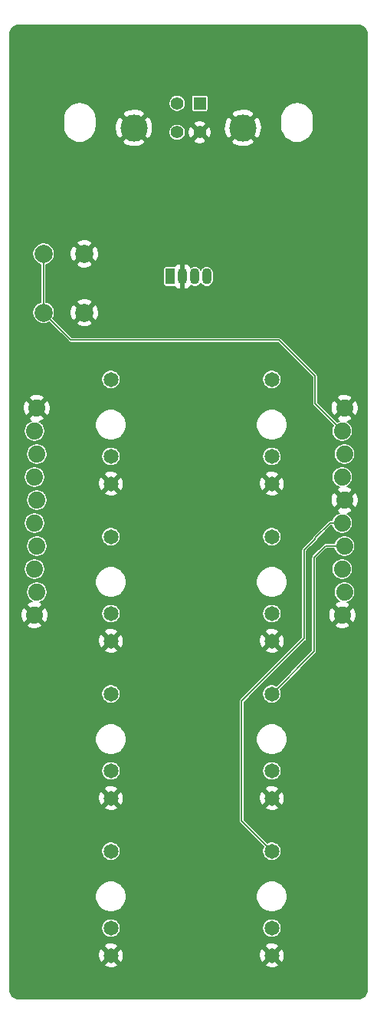
<source format=gbr>
G04 #@! TF.GenerationSoftware,KiCad,Pcbnew,(5.1.2)-2*
G04 #@! TF.CreationDate,2020-04-17T15:22:12-07:00*
G04 #@! TF.ProjectId,jackboard,6a61636b-626f-4617-9264-2e6b69636164,v2*
G04 #@! TF.SameCoordinates,Original*
G04 #@! TF.FileFunction,Copper,L2,Bot*
G04 #@! TF.FilePolarity,Positive*
%FSLAX46Y46*%
G04 Gerber Fmt 4.6, Leading zero omitted, Abs format (unit mm)*
G04 Created by KiCad (PCBNEW (5.1.2)-2) date 2020-04-17 15:22:12*
%MOMM*%
%LPD*%
G04 APERTURE LIST*
%ADD10R,1.070000X1.800000*%
%ADD11O,1.070000X1.800000*%
%ADD12C,3.000000*%
%ADD13C,1.400000*%
%ADD14R,1.400000X1.400000*%
%ADD15C,1.650000*%
%ADD16C,1.879600*%
%ADD17C,2.000000*%
%ADD18C,0.800000*%
%ADD19C,0.150000*%
G04 APERTURE END LIST*
D10*
X135020000Y-78000000D03*
D11*
X136340000Y-78000000D03*
X137710000Y-78000000D03*
X139030000Y-78000000D03*
D12*
X143020000Y-61600000D03*
D13*
X138250000Y-62090000D03*
X135750000Y-62090000D03*
D14*
X138250000Y-58890000D03*
D12*
X130980000Y-61600000D03*
D13*
X135750000Y-58890000D03*
D15*
X146210000Y-152940000D03*
X146210000Y-149940000D03*
X146210000Y-141440000D03*
X146210000Y-100870000D03*
X146210000Y-97870000D03*
X146210000Y-89370000D03*
X128430000Y-100870000D03*
X128430000Y-97870000D03*
X128430000Y-89370000D03*
X146210000Y-118226666D03*
X146210000Y-115226666D03*
X146210000Y-106726666D03*
X128430000Y-118226666D03*
X128430000Y-115226666D03*
X128430000Y-106726666D03*
X146210000Y-135583332D03*
X146210000Y-132583332D03*
X146210000Y-124083332D03*
X128430000Y-135583332D03*
X128430000Y-132583332D03*
X128430000Y-124083332D03*
X128430000Y-152940000D03*
X128430000Y-149940000D03*
X128430000Y-141440000D03*
D16*
X120251200Y-92519600D03*
X119997200Y-95059600D03*
X120251200Y-97599600D03*
X119997200Y-100139600D03*
X120251200Y-102679600D03*
X119997200Y-105219600D03*
X120251200Y-107759600D03*
X119997200Y-110299600D03*
X120251200Y-112839600D03*
X119997200Y-115379600D03*
X154251200Y-92519600D03*
X153997200Y-95059600D03*
X154251200Y-97599600D03*
X153997200Y-100139600D03*
X154251200Y-102679600D03*
X153997200Y-105219600D03*
X154251200Y-107759600D03*
X153997200Y-110299600D03*
X154251200Y-112839600D03*
X153997200Y-115379600D03*
D17*
X125500000Y-82000000D03*
X121000000Y-82000000D03*
X125500000Y-75500000D03*
X121000000Y-75500000D03*
D18*
X119000000Y-52000000D03*
X120000000Y-52000000D03*
X119000000Y-53000000D03*
X155000000Y-52000000D03*
X155000000Y-53000000D03*
X154000000Y-52000000D03*
X119000000Y-156000000D03*
X119000000Y-155000000D03*
X120000000Y-156000000D03*
X155000000Y-156000000D03*
X155000000Y-155000000D03*
X154000000Y-156000000D03*
X154000000Y-118000000D03*
X152000000Y-115000000D03*
X120000000Y-118000000D03*
X120000000Y-90000000D03*
X154000000Y-90000000D03*
X125000000Y-90000000D03*
D19*
X153997200Y-95059600D02*
X151000000Y-92062400D01*
X151000000Y-92062400D02*
X151000000Y-89000000D01*
X151000000Y-89000000D02*
X147000000Y-85000000D01*
X124000000Y-85000000D02*
X121000000Y-82000000D01*
X147000000Y-85000000D02*
X124000000Y-85000000D01*
X121000000Y-75500000D02*
X121000000Y-82000000D01*
X154251200Y-107759600D02*
X152153600Y-107759600D01*
X152153600Y-107759600D02*
X150883600Y-109029600D01*
X150883600Y-119409732D02*
X146210000Y-124083332D01*
X150883600Y-109029600D02*
X150883600Y-119409732D01*
X152668123Y-105219600D02*
X151010600Y-106877123D01*
X153997200Y-105219600D02*
X152668123Y-105219600D01*
X151010600Y-106877123D02*
X151010600Y-106972200D01*
X151010600Y-106972200D02*
X149791400Y-108191400D01*
X149791400Y-108191400D02*
X149791400Y-117945000D01*
X149791400Y-117945000D02*
X142857200Y-124879200D01*
X142857200Y-138087200D02*
X146210000Y-141440000D01*
X142857200Y-124879200D02*
X142857200Y-138087200D01*
G36*
X155927885Y-50270602D02*
G01*
X156118238Y-50328073D01*
X156293797Y-50421420D01*
X156447884Y-50547090D01*
X156574625Y-50700293D01*
X156669196Y-50875199D01*
X156727992Y-51065138D01*
X156750000Y-51274536D01*
X156750001Y-156717022D01*
X156729398Y-156927146D01*
X156671927Y-157117499D01*
X156578581Y-157293057D01*
X156452912Y-157447143D01*
X156299707Y-157573886D01*
X156124800Y-157668457D01*
X155934862Y-157727253D01*
X155725465Y-157749261D01*
X118283229Y-157749261D01*
X118072919Y-157728640D01*
X117882381Y-157671113D01*
X117706651Y-157577675D01*
X117552412Y-157451882D01*
X117425544Y-157298525D01*
X117330883Y-157123453D01*
X117272026Y-156933315D01*
X117250000Y-156723750D01*
X117250000Y-153954964D01*
X127668180Y-153954964D01*
X127749890Y-154180624D01*
X128004991Y-154289469D01*
X128276426Y-154346454D01*
X128553763Y-154349390D01*
X128826343Y-154298164D01*
X129083693Y-154194745D01*
X129110110Y-154180624D01*
X129191820Y-153954964D01*
X145448180Y-153954964D01*
X145529890Y-154180624D01*
X145784991Y-154289469D01*
X146056426Y-154346454D01*
X146333763Y-154349390D01*
X146606343Y-154298164D01*
X146863693Y-154194745D01*
X146890110Y-154180624D01*
X146971820Y-153954964D01*
X146210000Y-153193144D01*
X145448180Y-153954964D01*
X129191820Y-153954964D01*
X128430000Y-153193144D01*
X127668180Y-153954964D01*
X117250000Y-153954964D01*
X117250000Y-153063763D01*
X127020610Y-153063763D01*
X127071836Y-153336343D01*
X127175255Y-153593693D01*
X127189376Y-153620110D01*
X127415036Y-153701820D01*
X128176856Y-152940000D01*
X128683144Y-152940000D01*
X129444964Y-153701820D01*
X129670624Y-153620110D01*
X129779469Y-153365009D01*
X129836454Y-153093574D01*
X129836769Y-153063763D01*
X144800610Y-153063763D01*
X144851836Y-153336343D01*
X144955255Y-153593693D01*
X144969376Y-153620110D01*
X145195036Y-153701820D01*
X145956856Y-152940000D01*
X146463144Y-152940000D01*
X147224964Y-153701820D01*
X147450624Y-153620110D01*
X147559469Y-153365009D01*
X147616454Y-153093574D01*
X147619390Y-152816237D01*
X147568164Y-152543657D01*
X147464745Y-152286307D01*
X147450624Y-152259890D01*
X147224964Y-152178180D01*
X146463144Y-152940000D01*
X145956856Y-152940000D01*
X145195036Y-152178180D01*
X144969376Y-152259890D01*
X144860531Y-152514991D01*
X144803546Y-152786426D01*
X144800610Y-153063763D01*
X129836769Y-153063763D01*
X129839390Y-152816237D01*
X129788164Y-152543657D01*
X129684745Y-152286307D01*
X129670624Y-152259890D01*
X129444964Y-152178180D01*
X128683144Y-152940000D01*
X128176856Y-152940000D01*
X127415036Y-152178180D01*
X127189376Y-152259890D01*
X127080531Y-152514991D01*
X127023546Y-152786426D01*
X127020610Y-153063763D01*
X117250000Y-153063763D01*
X117250000Y-151925036D01*
X127668180Y-151925036D01*
X128430000Y-152686856D01*
X129191820Y-151925036D01*
X145448180Y-151925036D01*
X146210000Y-152686856D01*
X146971820Y-151925036D01*
X146890110Y-151699376D01*
X146635009Y-151590531D01*
X146363574Y-151533546D01*
X146086237Y-151530610D01*
X145813657Y-151581836D01*
X145556307Y-151685255D01*
X145529890Y-151699376D01*
X145448180Y-151925036D01*
X129191820Y-151925036D01*
X129110110Y-151699376D01*
X128855009Y-151590531D01*
X128583574Y-151533546D01*
X128306237Y-151530610D01*
X128033657Y-151581836D01*
X127776307Y-151685255D01*
X127749890Y-151699376D01*
X127668180Y-151925036D01*
X117250000Y-151925036D01*
X117250000Y-149836584D01*
X127380000Y-149836584D01*
X127380000Y-150043416D01*
X127420350Y-150246274D01*
X127499502Y-150437362D01*
X127614411Y-150609336D01*
X127760664Y-150755589D01*
X127932638Y-150870498D01*
X128123726Y-150949650D01*
X128326584Y-150990000D01*
X128533416Y-150990000D01*
X128736274Y-150949650D01*
X128927362Y-150870498D01*
X129099336Y-150755589D01*
X129245589Y-150609336D01*
X129360498Y-150437362D01*
X129439650Y-150246274D01*
X129480000Y-150043416D01*
X129480000Y-149836584D01*
X145160000Y-149836584D01*
X145160000Y-150043416D01*
X145200350Y-150246274D01*
X145279502Y-150437362D01*
X145394411Y-150609336D01*
X145540664Y-150755589D01*
X145712638Y-150870498D01*
X145903726Y-150949650D01*
X146106584Y-150990000D01*
X146313416Y-150990000D01*
X146516274Y-150949650D01*
X146707362Y-150870498D01*
X146879336Y-150755589D01*
X147025589Y-150609336D01*
X147140498Y-150437362D01*
X147219650Y-150246274D01*
X147260000Y-150043416D01*
X147260000Y-149836584D01*
X147219650Y-149633726D01*
X147140498Y-149442638D01*
X147025589Y-149270664D01*
X146879336Y-149124411D01*
X146707362Y-149009502D01*
X146516274Y-148930350D01*
X146313416Y-148890000D01*
X146106584Y-148890000D01*
X145903726Y-148930350D01*
X145712638Y-149009502D01*
X145540664Y-149124411D01*
X145394411Y-149270664D01*
X145279502Y-149442638D01*
X145200350Y-149633726D01*
X145160000Y-149836584D01*
X129480000Y-149836584D01*
X129439650Y-149633726D01*
X129360498Y-149442638D01*
X129245589Y-149270664D01*
X129099336Y-149124411D01*
X128927362Y-149009502D01*
X128736274Y-148930350D01*
X128533416Y-148890000D01*
X128326584Y-148890000D01*
X128123726Y-148930350D01*
X127932638Y-149009502D01*
X127760664Y-149124411D01*
X127614411Y-149270664D01*
X127499502Y-149442638D01*
X127420350Y-149633726D01*
X127380000Y-149836584D01*
X117250000Y-149836584D01*
X117250000Y-146270102D01*
X126705000Y-146270102D01*
X126705000Y-146609898D01*
X126771290Y-146943164D01*
X126901324Y-147257094D01*
X127090105Y-147539624D01*
X127330376Y-147779895D01*
X127612906Y-147968676D01*
X127926836Y-148098710D01*
X128260102Y-148165000D01*
X128599898Y-148165000D01*
X128933164Y-148098710D01*
X129247094Y-147968676D01*
X129529624Y-147779895D01*
X129769895Y-147539624D01*
X129958676Y-147257094D01*
X130088710Y-146943164D01*
X130155000Y-146609898D01*
X130155000Y-146270102D01*
X144485000Y-146270102D01*
X144485000Y-146609898D01*
X144551290Y-146943164D01*
X144681324Y-147257094D01*
X144870105Y-147539624D01*
X145110376Y-147779895D01*
X145392906Y-147968676D01*
X145706836Y-148098710D01*
X146040102Y-148165000D01*
X146379898Y-148165000D01*
X146713164Y-148098710D01*
X147027094Y-147968676D01*
X147309624Y-147779895D01*
X147549895Y-147539624D01*
X147738676Y-147257094D01*
X147868710Y-146943164D01*
X147935000Y-146609898D01*
X147935000Y-146270102D01*
X147868710Y-145936836D01*
X147738676Y-145622906D01*
X147549895Y-145340376D01*
X147309624Y-145100105D01*
X147027094Y-144911324D01*
X146713164Y-144781290D01*
X146379898Y-144715000D01*
X146040102Y-144715000D01*
X145706836Y-144781290D01*
X145392906Y-144911324D01*
X145110376Y-145100105D01*
X144870105Y-145340376D01*
X144681324Y-145622906D01*
X144551290Y-145936836D01*
X144485000Y-146270102D01*
X130155000Y-146270102D01*
X130088710Y-145936836D01*
X129958676Y-145622906D01*
X129769895Y-145340376D01*
X129529624Y-145100105D01*
X129247094Y-144911324D01*
X128933164Y-144781290D01*
X128599898Y-144715000D01*
X128260102Y-144715000D01*
X127926836Y-144781290D01*
X127612906Y-144911324D01*
X127330376Y-145100105D01*
X127090105Y-145340376D01*
X126901324Y-145622906D01*
X126771290Y-145936836D01*
X126705000Y-146270102D01*
X117250000Y-146270102D01*
X117250000Y-141336584D01*
X127380000Y-141336584D01*
X127380000Y-141543416D01*
X127420350Y-141746274D01*
X127499502Y-141937362D01*
X127614411Y-142109336D01*
X127760664Y-142255589D01*
X127932638Y-142370498D01*
X128123726Y-142449650D01*
X128326584Y-142490000D01*
X128533416Y-142490000D01*
X128736274Y-142449650D01*
X128927362Y-142370498D01*
X129099336Y-142255589D01*
X129245589Y-142109336D01*
X129360498Y-141937362D01*
X129439650Y-141746274D01*
X129480000Y-141543416D01*
X129480000Y-141336584D01*
X129439650Y-141133726D01*
X129360498Y-140942638D01*
X129245589Y-140770664D01*
X129099336Y-140624411D01*
X128927362Y-140509502D01*
X128736274Y-140430350D01*
X128533416Y-140390000D01*
X128326584Y-140390000D01*
X128123726Y-140430350D01*
X127932638Y-140509502D01*
X127760664Y-140624411D01*
X127614411Y-140770664D01*
X127499502Y-140942638D01*
X127420350Y-141133726D01*
X127380000Y-141336584D01*
X117250000Y-141336584D01*
X117250000Y-136598296D01*
X127668180Y-136598296D01*
X127749890Y-136823956D01*
X128004991Y-136932801D01*
X128276426Y-136989786D01*
X128553763Y-136992722D01*
X128826343Y-136941496D01*
X129083693Y-136838077D01*
X129110110Y-136823956D01*
X129191820Y-136598296D01*
X128430000Y-135836476D01*
X127668180Y-136598296D01*
X117250000Y-136598296D01*
X117250000Y-135707095D01*
X127020610Y-135707095D01*
X127071836Y-135979675D01*
X127175255Y-136237025D01*
X127189376Y-136263442D01*
X127415036Y-136345152D01*
X128176856Y-135583332D01*
X128683144Y-135583332D01*
X129444964Y-136345152D01*
X129670624Y-136263442D01*
X129779469Y-136008341D01*
X129836454Y-135736906D01*
X129839390Y-135459569D01*
X129788164Y-135186989D01*
X129684745Y-134929639D01*
X129670624Y-134903222D01*
X129444964Y-134821512D01*
X128683144Y-135583332D01*
X128176856Y-135583332D01*
X127415036Y-134821512D01*
X127189376Y-134903222D01*
X127080531Y-135158323D01*
X127023546Y-135429758D01*
X127020610Y-135707095D01*
X117250000Y-135707095D01*
X117250000Y-134568368D01*
X127668180Y-134568368D01*
X128430000Y-135330188D01*
X129191820Y-134568368D01*
X129110110Y-134342708D01*
X128855009Y-134233863D01*
X128583574Y-134176878D01*
X128306237Y-134173942D01*
X128033657Y-134225168D01*
X127776307Y-134328587D01*
X127749890Y-134342708D01*
X127668180Y-134568368D01*
X117250000Y-134568368D01*
X117250000Y-132479916D01*
X127380000Y-132479916D01*
X127380000Y-132686748D01*
X127420350Y-132889606D01*
X127499502Y-133080694D01*
X127614411Y-133252668D01*
X127760664Y-133398921D01*
X127932638Y-133513830D01*
X128123726Y-133592982D01*
X128326584Y-133633332D01*
X128533416Y-133633332D01*
X128736274Y-133592982D01*
X128927362Y-133513830D01*
X129099336Y-133398921D01*
X129245589Y-133252668D01*
X129360498Y-133080694D01*
X129439650Y-132889606D01*
X129480000Y-132686748D01*
X129480000Y-132479916D01*
X129439650Y-132277058D01*
X129360498Y-132085970D01*
X129245589Y-131913996D01*
X129099336Y-131767743D01*
X128927362Y-131652834D01*
X128736274Y-131573682D01*
X128533416Y-131533332D01*
X128326584Y-131533332D01*
X128123726Y-131573682D01*
X127932638Y-131652834D01*
X127760664Y-131767743D01*
X127614411Y-131913996D01*
X127499502Y-132085970D01*
X127420350Y-132277058D01*
X127380000Y-132479916D01*
X117250000Y-132479916D01*
X117250000Y-128913434D01*
X126705000Y-128913434D01*
X126705000Y-129253230D01*
X126771290Y-129586496D01*
X126901324Y-129900426D01*
X127090105Y-130182956D01*
X127330376Y-130423227D01*
X127612906Y-130612008D01*
X127926836Y-130742042D01*
X128260102Y-130808332D01*
X128599898Y-130808332D01*
X128933164Y-130742042D01*
X129247094Y-130612008D01*
X129529624Y-130423227D01*
X129769895Y-130182956D01*
X129958676Y-129900426D01*
X130088710Y-129586496D01*
X130155000Y-129253230D01*
X130155000Y-128913434D01*
X130088710Y-128580168D01*
X129958676Y-128266238D01*
X129769895Y-127983708D01*
X129529624Y-127743437D01*
X129247094Y-127554656D01*
X128933164Y-127424622D01*
X128599898Y-127358332D01*
X128260102Y-127358332D01*
X127926836Y-127424622D01*
X127612906Y-127554656D01*
X127330376Y-127743437D01*
X127090105Y-127983708D01*
X126901324Y-128266238D01*
X126771290Y-128580168D01*
X126705000Y-128913434D01*
X117250000Y-128913434D01*
X117250000Y-123979916D01*
X127380000Y-123979916D01*
X127380000Y-124186748D01*
X127420350Y-124389606D01*
X127499502Y-124580694D01*
X127614411Y-124752668D01*
X127760664Y-124898921D01*
X127932638Y-125013830D01*
X128123726Y-125092982D01*
X128326584Y-125133332D01*
X128533416Y-125133332D01*
X128736274Y-125092982D01*
X128927362Y-125013830D01*
X129099336Y-124898921D01*
X129119057Y-124879200D01*
X142555750Y-124879200D01*
X142557200Y-124893923D01*
X142557201Y-138072467D01*
X142555750Y-138087200D01*
X142561542Y-138146010D01*
X142578697Y-138202560D01*
X142606553Y-138254677D01*
X142634651Y-138288914D01*
X142644043Y-138300358D01*
X142655486Y-138309749D01*
X145283056Y-140937319D01*
X145279502Y-140942638D01*
X145200350Y-141133726D01*
X145160000Y-141336584D01*
X145160000Y-141543416D01*
X145200350Y-141746274D01*
X145279502Y-141937362D01*
X145394411Y-142109336D01*
X145540664Y-142255589D01*
X145712638Y-142370498D01*
X145903726Y-142449650D01*
X146106584Y-142490000D01*
X146313416Y-142490000D01*
X146516274Y-142449650D01*
X146707362Y-142370498D01*
X146879336Y-142255589D01*
X147025589Y-142109336D01*
X147140498Y-141937362D01*
X147219650Y-141746274D01*
X147260000Y-141543416D01*
X147260000Y-141336584D01*
X147219650Y-141133726D01*
X147140498Y-140942638D01*
X147025589Y-140770664D01*
X146879336Y-140624411D01*
X146707362Y-140509502D01*
X146516274Y-140430350D01*
X146313416Y-140390000D01*
X146106584Y-140390000D01*
X145903726Y-140430350D01*
X145712638Y-140509502D01*
X145707319Y-140513056D01*
X143157200Y-137962937D01*
X143157200Y-136598296D01*
X145448180Y-136598296D01*
X145529890Y-136823956D01*
X145784991Y-136932801D01*
X146056426Y-136989786D01*
X146333763Y-136992722D01*
X146606343Y-136941496D01*
X146863693Y-136838077D01*
X146890110Y-136823956D01*
X146971820Y-136598296D01*
X146210000Y-135836476D01*
X145448180Y-136598296D01*
X143157200Y-136598296D01*
X143157200Y-135707095D01*
X144800610Y-135707095D01*
X144851836Y-135979675D01*
X144955255Y-136237025D01*
X144969376Y-136263442D01*
X145195036Y-136345152D01*
X145956856Y-135583332D01*
X146463144Y-135583332D01*
X147224964Y-136345152D01*
X147450624Y-136263442D01*
X147559469Y-136008341D01*
X147616454Y-135736906D01*
X147619390Y-135459569D01*
X147568164Y-135186989D01*
X147464745Y-134929639D01*
X147450624Y-134903222D01*
X147224964Y-134821512D01*
X146463144Y-135583332D01*
X145956856Y-135583332D01*
X145195036Y-134821512D01*
X144969376Y-134903222D01*
X144860531Y-135158323D01*
X144803546Y-135429758D01*
X144800610Y-135707095D01*
X143157200Y-135707095D01*
X143157200Y-134568368D01*
X145448180Y-134568368D01*
X146210000Y-135330188D01*
X146971820Y-134568368D01*
X146890110Y-134342708D01*
X146635009Y-134233863D01*
X146363574Y-134176878D01*
X146086237Y-134173942D01*
X145813657Y-134225168D01*
X145556307Y-134328587D01*
X145529890Y-134342708D01*
X145448180Y-134568368D01*
X143157200Y-134568368D01*
X143157200Y-132479916D01*
X145160000Y-132479916D01*
X145160000Y-132686748D01*
X145200350Y-132889606D01*
X145279502Y-133080694D01*
X145394411Y-133252668D01*
X145540664Y-133398921D01*
X145712638Y-133513830D01*
X145903726Y-133592982D01*
X146106584Y-133633332D01*
X146313416Y-133633332D01*
X146516274Y-133592982D01*
X146707362Y-133513830D01*
X146879336Y-133398921D01*
X147025589Y-133252668D01*
X147140498Y-133080694D01*
X147219650Y-132889606D01*
X147260000Y-132686748D01*
X147260000Y-132479916D01*
X147219650Y-132277058D01*
X147140498Y-132085970D01*
X147025589Y-131913996D01*
X146879336Y-131767743D01*
X146707362Y-131652834D01*
X146516274Y-131573682D01*
X146313416Y-131533332D01*
X146106584Y-131533332D01*
X145903726Y-131573682D01*
X145712638Y-131652834D01*
X145540664Y-131767743D01*
X145394411Y-131913996D01*
X145279502Y-132085970D01*
X145200350Y-132277058D01*
X145160000Y-132479916D01*
X143157200Y-132479916D01*
X143157200Y-128913434D01*
X144485000Y-128913434D01*
X144485000Y-129253230D01*
X144551290Y-129586496D01*
X144681324Y-129900426D01*
X144870105Y-130182956D01*
X145110376Y-130423227D01*
X145392906Y-130612008D01*
X145706836Y-130742042D01*
X146040102Y-130808332D01*
X146379898Y-130808332D01*
X146713164Y-130742042D01*
X147027094Y-130612008D01*
X147309624Y-130423227D01*
X147549895Y-130182956D01*
X147738676Y-129900426D01*
X147868710Y-129586496D01*
X147935000Y-129253230D01*
X147935000Y-128913434D01*
X147868710Y-128580168D01*
X147738676Y-128266238D01*
X147549895Y-127983708D01*
X147309624Y-127743437D01*
X147027094Y-127554656D01*
X146713164Y-127424622D01*
X146379898Y-127358332D01*
X146040102Y-127358332D01*
X145706836Y-127424622D01*
X145392906Y-127554656D01*
X145110376Y-127743437D01*
X144870105Y-127983708D01*
X144681324Y-128266238D01*
X144551290Y-128580168D01*
X144485000Y-128913434D01*
X143157200Y-128913434D01*
X143157200Y-125003463D01*
X144180747Y-123979916D01*
X145160000Y-123979916D01*
X145160000Y-124186748D01*
X145200350Y-124389606D01*
X145279502Y-124580694D01*
X145394411Y-124752668D01*
X145540664Y-124898921D01*
X145712638Y-125013830D01*
X145903726Y-125092982D01*
X146106584Y-125133332D01*
X146313416Y-125133332D01*
X146516274Y-125092982D01*
X146707362Y-125013830D01*
X146879336Y-124898921D01*
X147025589Y-124752668D01*
X147140498Y-124580694D01*
X147219650Y-124389606D01*
X147260000Y-124186748D01*
X147260000Y-123979916D01*
X147219650Y-123777058D01*
X147140498Y-123585970D01*
X147136944Y-123580651D01*
X151085315Y-119632281D01*
X151096758Y-119622890D01*
X151127993Y-119584830D01*
X151134247Y-119577210D01*
X151162104Y-119525092D01*
X151179259Y-119468542D01*
X151183600Y-119424465D01*
X151183600Y-119424462D01*
X151185051Y-119409732D01*
X151183600Y-119395002D01*
X151183600Y-116476886D01*
X153153058Y-116476886D01*
X153248779Y-116714246D01*
X153523537Y-116834612D01*
X153816497Y-116899061D01*
X154116401Y-116905119D01*
X154411725Y-116852552D01*
X154691119Y-116743380D01*
X154745621Y-116714246D01*
X154841342Y-116476886D01*
X153997200Y-115632744D01*
X153153058Y-116476886D01*
X151183600Y-116476886D01*
X151183600Y-115498801D01*
X152471681Y-115498801D01*
X152524248Y-115794125D01*
X152633420Y-116073519D01*
X152662554Y-116128021D01*
X152899914Y-116223742D01*
X153744056Y-115379600D01*
X154250344Y-115379600D01*
X155094486Y-116223742D01*
X155331846Y-116128021D01*
X155452212Y-115853263D01*
X155516661Y-115560303D01*
X155522719Y-115260399D01*
X155470152Y-114965075D01*
X155360980Y-114685681D01*
X155331846Y-114631179D01*
X155094486Y-114535458D01*
X154250344Y-115379600D01*
X153744056Y-115379600D01*
X152899914Y-114535458D01*
X152662554Y-114631179D01*
X152542188Y-114905937D01*
X152477739Y-115198897D01*
X152471681Y-115498801D01*
X151183600Y-115498801D01*
X151183600Y-112724877D01*
X153086400Y-112724877D01*
X153086400Y-112954323D01*
X153131163Y-113179360D01*
X153218968Y-113391340D01*
X153346441Y-113582117D01*
X153508683Y-113744359D01*
X153699460Y-113871832D01*
X153723148Y-113881644D01*
X153582675Y-113906648D01*
X153303281Y-114015820D01*
X153248779Y-114044954D01*
X153153058Y-114282314D01*
X153997200Y-115126456D01*
X154841342Y-114282314D01*
X154745621Y-114044954D01*
X154563388Y-113965121D01*
X154590960Y-113959637D01*
X154802940Y-113871832D01*
X154993717Y-113744359D01*
X155155959Y-113582117D01*
X155283432Y-113391340D01*
X155371237Y-113179360D01*
X155416000Y-112954323D01*
X155416000Y-112724877D01*
X155371237Y-112499840D01*
X155283432Y-112287860D01*
X155155959Y-112097083D01*
X154993717Y-111934841D01*
X154802940Y-111807368D01*
X154590960Y-111719563D01*
X154365923Y-111674800D01*
X154136477Y-111674800D01*
X153911440Y-111719563D01*
X153699460Y-111807368D01*
X153508683Y-111934841D01*
X153346441Y-112097083D01*
X153218968Y-112287860D01*
X153131163Y-112499840D01*
X153086400Y-112724877D01*
X151183600Y-112724877D01*
X151183600Y-110184877D01*
X152832400Y-110184877D01*
X152832400Y-110414323D01*
X152877163Y-110639360D01*
X152964968Y-110851340D01*
X153092441Y-111042117D01*
X153254683Y-111204359D01*
X153445460Y-111331832D01*
X153657440Y-111419637D01*
X153882477Y-111464400D01*
X154111923Y-111464400D01*
X154336960Y-111419637D01*
X154548940Y-111331832D01*
X154739717Y-111204359D01*
X154901959Y-111042117D01*
X155029432Y-110851340D01*
X155117237Y-110639360D01*
X155162000Y-110414323D01*
X155162000Y-110184877D01*
X155117237Y-109959840D01*
X155029432Y-109747860D01*
X154901959Y-109557083D01*
X154739717Y-109394841D01*
X154548940Y-109267368D01*
X154336960Y-109179563D01*
X154111923Y-109134800D01*
X153882477Y-109134800D01*
X153657440Y-109179563D01*
X153445460Y-109267368D01*
X153254683Y-109394841D01*
X153092441Y-109557083D01*
X152964968Y-109747860D01*
X152877163Y-109959840D01*
X152832400Y-110184877D01*
X151183600Y-110184877D01*
X151183600Y-109153863D01*
X152277864Y-108059600D01*
X153123254Y-108059600D01*
X153131163Y-108099360D01*
X153218968Y-108311340D01*
X153346441Y-108502117D01*
X153508683Y-108664359D01*
X153699460Y-108791832D01*
X153911440Y-108879637D01*
X154136477Y-108924400D01*
X154365923Y-108924400D01*
X154590960Y-108879637D01*
X154802940Y-108791832D01*
X154993717Y-108664359D01*
X155155959Y-108502117D01*
X155283432Y-108311340D01*
X155371237Y-108099360D01*
X155416000Y-107874323D01*
X155416000Y-107644877D01*
X155371237Y-107419840D01*
X155283432Y-107207860D01*
X155155959Y-107017083D01*
X154993717Y-106854841D01*
X154802940Y-106727368D01*
X154590960Y-106639563D01*
X154365923Y-106594800D01*
X154136477Y-106594800D01*
X153911440Y-106639563D01*
X153699460Y-106727368D01*
X153508683Y-106854841D01*
X153346441Y-107017083D01*
X153218968Y-107207860D01*
X153131163Y-107419840D01*
X153123254Y-107459600D01*
X152168322Y-107459600D01*
X152153599Y-107458150D01*
X152138876Y-107459600D01*
X152138867Y-107459600D01*
X152094790Y-107463941D01*
X152038240Y-107481096D01*
X152013979Y-107494064D01*
X151986122Y-107508953D01*
X151951885Y-107537051D01*
X151940442Y-107546442D01*
X151931051Y-107557885D01*
X150681890Y-108807047D01*
X150670442Y-108816442D01*
X150649958Y-108841402D01*
X150632953Y-108862123D01*
X150623592Y-108879637D01*
X150605096Y-108914241D01*
X150587941Y-108970791D01*
X150583600Y-109014868D01*
X150583600Y-109014877D01*
X150582150Y-109029600D01*
X150583600Y-109044323D01*
X150583601Y-119285467D01*
X146712681Y-123156388D01*
X146707362Y-123152834D01*
X146516274Y-123073682D01*
X146313416Y-123033332D01*
X146106584Y-123033332D01*
X145903726Y-123073682D01*
X145712638Y-123152834D01*
X145540664Y-123267743D01*
X145394411Y-123413996D01*
X145279502Y-123585970D01*
X145200350Y-123777058D01*
X145160000Y-123979916D01*
X144180747Y-123979916D01*
X149993121Y-118167544D01*
X150004558Y-118158158D01*
X150013944Y-118146721D01*
X150013950Y-118146715D01*
X150042047Y-118112478D01*
X150069904Y-118060361D01*
X150073897Y-118047199D01*
X150087059Y-118003810D01*
X150091400Y-117959733D01*
X150091400Y-117959730D01*
X150092851Y-117945000D01*
X150091400Y-117930270D01*
X150091400Y-108315663D01*
X151212315Y-107194749D01*
X151223758Y-107185358D01*
X151234080Y-107172781D01*
X151261247Y-107139678D01*
X151289103Y-107087561D01*
X151306258Y-107031011D01*
X151306259Y-107031009D01*
X151309021Y-107002965D01*
X152792387Y-105519600D01*
X152869254Y-105519600D01*
X152877163Y-105559360D01*
X152964968Y-105771340D01*
X153092441Y-105962117D01*
X153254683Y-106124359D01*
X153445460Y-106251832D01*
X153657440Y-106339637D01*
X153882477Y-106384400D01*
X154111923Y-106384400D01*
X154336960Y-106339637D01*
X154548940Y-106251832D01*
X154739717Y-106124359D01*
X154901959Y-105962117D01*
X155029432Y-105771340D01*
X155117237Y-105559360D01*
X155162000Y-105334323D01*
X155162000Y-105104877D01*
X155117237Y-104879840D01*
X155029432Y-104667860D01*
X154901959Y-104477083D01*
X154739717Y-104314841D01*
X154548940Y-104187368D01*
X154525252Y-104177556D01*
X154665725Y-104152552D01*
X154945119Y-104043380D01*
X154999621Y-104014246D01*
X155095342Y-103776886D01*
X154251200Y-102932744D01*
X153407058Y-103776886D01*
X153502779Y-104014246D01*
X153685012Y-104094079D01*
X153657440Y-104099563D01*
X153445460Y-104187368D01*
X153254683Y-104314841D01*
X153092441Y-104477083D01*
X152964968Y-104667860D01*
X152877163Y-104879840D01*
X152869254Y-104919600D01*
X152682853Y-104919600D01*
X152668123Y-104918149D01*
X152653393Y-104919600D01*
X152653390Y-104919600D01*
X152609313Y-104923941D01*
X152552763Y-104941096D01*
X152500645Y-104968953D01*
X152466409Y-104997050D01*
X152454965Y-105006442D01*
X152445574Y-105017885D01*
X150808890Y-106654570D01*
X150797442Y-106663965D01*
X150787121Y-106676542D01*
X150759953Y-106709646D01*
X150753589Y-106721553D01*
X150732096Y-106761764D01*
X150714941Y-106818314D01*
X150712179Y-106846357D01*
X149589690Y-107968847D01*
X149578242Y-107978242D01*
X149557758Y-108003202D01*
X149540753Y-108023923D01*
X149525864Y-108051780D01*
X149512896Y-108076041D01*
X149495741Y-108132591D01*
X149491400Y-108176668D01*
X149491400Y-108176677D01*
X149489950Y-108191400D01*
X149491400Y-108206123D01*
X149491401Y-117820734D01*
X142655490Y-124656647D01*
X142644042Y-124666042D01*
X142623558Y-124691002D01*
X142606553Y-124711723D01*
X142591664Y-124739580D01*
X142578696Y-124763841D01*
X142561541Y-124820391D01*
X142557200Y-124864468D01*
X142557200Y-124864477D01*
X142555750Y-124879200D01*
X129119057Y-124879200D01*
X129245589Y-124752668D01*
X129360498Y-124580694D01*
X129439650Y-124389606D01*
X129480000Y-124186748D01*
X129480000Y-123979916D01*
X129439650Y-123777058D01*
X129360498Y-123585970D01*
X129245589Y-123413996D01*
X129099336Y-123267743D01*
X128927362Y-123152834D01*
X128736274Y-123073682D01*
X128533416Y-123033332D01*
X128326584Y-123033332D01*
X128123726Y-123073682D01*
X127932638Y-123152834D01*
X127760664Y-123267743D01*
X127614411Y-123413996D01*
X127499502Y-123585970D01*
X127420350Y-123777058D01*
X127380000Y-123979916D01*
X117250000Y-123979916D01*
X117250000Y-119241630D01*
X127668180Y-119241630D01*
X127749890Y-119467290D01*
X128004991Y-119576135D01*
X128276426Y-119633120D01*
X128553763Y-119636056D01*
X128826343Y-119584830D01*
X129083693Y-119481411D01*
X129110110Y-119467290D01*
X129191820Y-119241630D01*
X145448180Y-119241630D01*
X145529890Y-119467290D01*
X145784991Y-119576135D01*
X146056426Y-119633120D01*
X146333763Y-119636056D01*
X146606343Y-119584830D01*
X146863693Y-119481411D01*
X146890110Y-119467290D01*
X146971820Y-119241630D01*
X146210000Y-118479810D01*
X145448180Y-119241630D01*
X129191820Y-119241630D01*
X128430000Y-118479810D01*
X127668180Y-119241630D01*
X117250000Y-119241630D01*
X117250000Y-118350429D01*
X127020610Y-118350429D01*
X127071836Y-118623009D01*
X127175255Y-118880359D01*
X127189376Y-118906776D01*
X127415036Y-118988486D01*
X128176856Y-118226666D01*
X128683144Y-118226666D01*
X129444964Y-118988486D01*
X129670624Y-118906776D01*
X129779469Y-118651675D01*
X129836454Y-118380240D01*
X129836769Y-118350429D01*
X144800610Y-118350429D01*
X144851836Y-118623009D01*
X144955255Y-118880359D01*
X144969376Y-118906776D01*
X145195036Y-118988486D01*
X145956856Y-118226666D01*
X146463144Y-118226666D01*
X147224964Y-118988486D01*
X147450624Y-118906776D01*
X147559469Y-118651675D01*
X147616454Y-118380240D01*
X147619390Y-118102903D01*
X147568164Y-117830323D01*
X147464745Y-117572973D01*
X147450624Y-117546556D01*
X147224964Y-117464846D01*
X146463144Y-118226666D01*
X145956856Y-118226666D01*
X145195036Y-117464846D01*
X144969376Y-117546556D01*
X144860531Y-117801657D01*
X144803546Y-118073092D01*
X144800610Y-118350429D01*
X129836769Y-118350429D01*
X129839390Y-118102903D01*
X129788164Y-117830323D01*
X129684745Y-117572973D01*
X129670624Y-117546556D01*
X129444964Y-117464846D01*
X128683144Y-118226666D01*
X128176856Y-118226666D01*
X127415036Y-117464846D01*
X127189376Y-117546556D01*
X127080531Y-117801657D01*
X127023546Y-118073092D01*
X127020610Y-118350429D01*
X117250000Y-118350429D01*
X117250000Y-117211702D01*
X127668180Y-117211702D01*
X128430000Y-117973522D01*
X129191820Y-117211702D01*
X145448180Y-117211702D01*
X146210000Y-117973522D01*
X146971820Y-117211702D01*
X146890110Y-116986042D01*
X146635009Y-116877197D01*
X146363574Y-116820212D01*
X146086237Y-116817276D01*
X145813657Y-116868502D01*
X145556307Y-116971921D01*
X145529890Y-116986042D01*
X145448180Y-117211702D01*
X129191820Y-117211702D01*
X129110110Y-116986042D01*
X128855009Y-116877197D01*
X128583574Y-116820212D01*
X128306237Y-116817276D01*
X128033657Y-116868502D01*
X127776307Y-116971921D01*
X127749890Y-116986042D01*
X127668180Y-117211702D01*
X117250000Y-117211702D01*
X117250000Y-116476886D01*
X119153058Y-116476886D01*
X119248779Y-116714246D01*
X119523537Y-116834612D01*
X119816497Y-116899061D01*
X120116401Y-116905119D01*
X120411725Y-116852552D01*
X120691119Y-116743380D01*
X120745621Y-116714246D01*
X120841342Y-116476886D01*
X119997200Y-115632744D01*
X119153058Y-116476886D01*
X117250000Y-116476886D01*
X117250000Y-115498801D01*
X118471681Y-115498801D01*
X118524248Y-115794125D01*
X118633420Y-116073519D01*
X118662554Y-116128021D01*
X118899914Y-116223742D01*
X119744056Y-115379600D01*
X120250344Y-115379600D01*
X121094486Y-116223742D01*
X121331846Y-116128021D01*
X121452212Y-115853263D01*
X121516661Y-115560303D01*
X121522719Y-115260399D01*
X121498307Y-115123250D01*
X127380000Y-115123250D01*
X127380000Y-115330082D01*
X127420350Y-115532940D01*
X127499502Y-115724028D01*
X127614411Y-115896002D01*
X127760664Y-116042255D01*
X127932638Y-116157164D01*
X128123726Y-116236316D01*
X128326584Y-116276666D01*
X128533416Y-116276666D01*
X128736274Y-116236316D01*
X128927362Y-116157164D01*
X129099336Y-116042255D01*
X129245589Y-115896002D01*
X129360498Y-115724028D01*
X129439650Y-115532940D01*
X129480000Y-115330082D01*
X129480000Y-115123250D01*
X145160000Y-115123250D01*
X145160000Y-115330082D01*
X145200350Y-115532940D01*
X145279502Y-115724028D01*
X145394411Y-115896002D01*
X145540664Y-116042255D01*
X145712638Y-116157164D01*
X145903726Y-116236316D01*
X146106584Y-116276666D01*
X146313416Y-116276666D01*
X146516274Y-116236316D01*
X146707362Y-116157164D01*
X146879336Y-116042255D01*
X147025589Y-115896002D01*
X147140498Y-115724028D01*
X147219650Y-115532940D01*
X147260000Y-115330082D01*
X147260000Y-115123250D01*
X147219650Y-114920392D01*
X147140498Y-114729304D01*
X147025589Y-114557330D01*
X146879336Y-114411077D01*
X146707362Y-114296168D01*
X146516274Y-114217016D01*
X146313416Y-114176666D01*
X146106584Y-114176666D01*
X145903726Y-114217016D01*
X145712638Y-114296168D01*
X145540664Y-114411077D01*
X145394411Y-114557330D01*
X145279502Y-114729304D01*
X145200350Y-114920392D01*
X145160000Y-115123250D01*
X129480000Y-115123250D01*
X129439650Y-114920392D01*
X129360498Y-114729304D01*
X129245589Y-114557330D01*
X129099336Y-114411077D01*
X128927362Y-114296168D01*
X128736274Y-114217016D01*
X128533416Y-114176666D01*
X128326584Y-114176666D01*
X128123726Y-114217016D01*
X127932638Y-114296168D01*
X127760664Y-114411077D01*
X127614411Y-114557330D01*
X127499502Y-114729304D01*
X127420350Y-114920392D01*
X127380000Y-115123250D01*
X121498307Y-115123250D01*
X121470152Y-114965075D01*
X121360980Y-114685681D01*
X121331846Y-114631179D01*
X121094486Y-114535458D01*
X120250344Y-115379600D01*
X119744056Y-115379600D01*
X118899914Y-114535458D01*
X118662554Y-114631179D01*
X118542188Y-114905937D01*
X118477739Y-115198897D01*
X118471681Y-115498801D01*
X117250000Y-115498801D01*
X117250000Y-112724877D01*
X119086400Y-112724877D01*
X119086400Y-112954323D01*
X119131163Y-113179360D01*
X119218968Y-113391340D01*
X119346441Y-113582117D01*
X119508683Y-113744359D01*
X119699460Y-113871832D01*
X119723148Y-113881644D01*
X119582675Y-113906648D01*
X119303281Y-114015820D01*
X119248779Y-114044954D01*
X119153058Y-114282314D01*
X119997200Y-115126456D01*
X120841342Y-114282314D01*
X120745621Y-114044954D01*
X120563388Y-113965121D01*
X120590960Y-113959637D01*
X120802940Y-113871832D01*
X120993717Y-113744359D01*
X121155959Y-113582117D01*
X121283432Y-113391340D01*
X121371237Y-113179360D01*
X121416000Y-112954323D01*
X121416000Y-112724877D01*
X121371237Y-112499840D01*
X121283432Y-112287860D01*
X121155959Y-112097083D01*
X120993717Y-111934841D01*
X120802940Y-111807368D01*
X120590960Y-111719563D01*
X120365923Y-111674800D01*
X120136477Y-111674800D01*
X119911440Y-111719563D01*
X119699460Y-111807368D01*
X119508683Y-111934841D01*
X119346441Y-112097083D01*
X119218968Y-112287860D01*
X119131163Y-112499840D01*
X119086400Y-112724877D01*
X117250000Y-112724877D01*
X117250000Y-111556768D01*
X126705000Y-111556768D01*
X126705000Y-111896564D01*
X126771290Y-112229830D01*
X126901324Y-112543760D01*
X127090105Y-112826290D01*
X127330376Y-113066561D01*
X127612906Y-113255342D01*
X127926836Y-113385376D01*
X128260102Y-113451666D01*
X128599898Y-113451666D01*
X128933164Y-113385376D01*
X129247094Y-113255342D01*
X129529624Y-113066561D01*
X129769895Y-112826290D01*
X129958676Y-112543760D01*
X130088710Y-112229830D01*
X130155000Y-111896564D01*
X130155000Y-111556768D01*
X144485000Y-111556768D01*
X144485000Y-111896564D01*
X144551290Y-112229830D01*
X144681324Y-112543760D01*
X144870105Y-112826290D01*
X145110376Y-113066561D01*
X145392906Y-113255342D01*
X145706836Y-113385376D01*
X146040102Y-113451666D01*
X146379898Y-113451666D01*
X146713164Y-113385376D01*
X147027094Y-113255342D01*
X147309624Y-113066561D01*
X147549895Y-112826290D01*
X147738676Y-112543760D01*
X147868710Y-112229830D01*
X147935000Y-111896564D01*
X147935000Y-111556768D01*
X147868710Y-111223502D01*
X147738676Y-110909572D01*
X147549895Y-110627042D01*
X147309624Y-110386771D01*
X147027094Y-110197990D01*
X146713164Y-110067956D01*
X146379898Y-110001666D01*
X146040102Y-110001666D01*
X145706836Y-110067956D01*
X145392906Y-110197990D01*
X145110376Y-110386771D01*
X144870105Y-110627042D01*
X144681324Y-110909572D01*
X144551290Y-111223502D01*
X144485000Y-111556768D01*
X130155000Y-111556768D01*
X130088710Y-111223502D01*
X129958676Y-110909572D01*
X129769895Y-110627042D01*
X129529624Y-110386771D01*
X129247094Y-110197990D01*
X128933164Y-110067956D01*
X128599898Y-110001666D01*
X128260102Y-110001666D01*
X127926836Y-110067956D01*
X127612906Y-110197990D01*
X127330376Y-110386771D01*
X127090105Y-110627042D01*
X126901324Y-110909572D01*
X126771290Y-111223502D01*
X126705000Y-111556768D01*
X117250000Y-111556768D01*
X117250000Y-110184877D01*
X118832400Y-110184877D01*
X118832400Y-110414323D01*
X118877163Y-110639360D01*
X118964968Y-110851340D01*
X119092441Y-111042117D01*
X119254683Y-111204359D01*
X119445460Y-111331832D01*
X119657440Y-111419637D01*
X119882477Y-111464400D01*
X120111923Y-111464400D01*
X120336960Y-111419637D01*
X120548940Y-111331832D01*
X120739717Y-111204359D01*
X120901959Y-111042117D01*
X121029432Y-110851340D01*
X121117237Y-110639360D01*
X121162000Y-110414323D01*
X121162000Y-110184877D01*
X121117237Y-109959840D01*
X121029432Y-109747860D01*
X120901959Y-109557083D01*
X120739717Y-109394841D01*
X120548940Y-109267368D01*
X120336960Y-109179563D01*
X120111923Y-109134800D01*
X119882477Y-109134800D01*
X119657440Y-109179563D01*
X119445460Y-109267368D01*
X119254683Y-109394841D01*
X119092441Y-109557083D01*
X118964968Y-109747860D01*
X118877163Y-109959840D01*
X118832400Y-110184877D01*
X117250000Y-110184877D01*
X117250000Y-107644877D01*
X119086400Y-107644877D01*
X119086400Y-107874323D01*
X119131163Y-108099360D01*
X119218968Y-108311340D01*
X119346441Y-108502117D01*
X119508683Y-108664359D01*
X119699460Y-108791832D01*
X119911440Y-108879637D01*
X120136477Y-108924400D01*
X120365923Y-108924400D01*
X120590960Y-108879637D01*
X120802940Y-108791832D01*
X120993717Y-108664359D01*
X121155959Y-108502117D01*
X121283432Y-108311340D01*
X121371237Y-108099360D01*
X121416000Y-107874323D01*
X121416000Y-107644877D01*
X121371237Y-107419840D01*
X121283432Y-107207860D01*
X121155959Y-107017083D01*
X120993717Y-106854841D01*
X120802940Y-106727368D01*
X120590960Y-106639563D01*
X120508950Y-106623250D01*
X127380000Y-106623250D01*
X127380000Y-106830082D01*
X127420350Y-107032940D01*
X127499502Y-107224028D01*
X127614411Y-107396002D01*
X127760664Y-107542255D01*
X127932638Y-107657164D01*
X128123726Y-107736316D01*
X128326584Y-107776666D01*
X128533416Y-107776666D01*
X128736274Y-107736316D01*
X128927362Y-107657164D01*
X129099336Y-107542255D01*
X129245589Y-107396002D01*
X129360498Y-107224028D01*
X129439650Y-107032940D01*
X129480000Y-106830082D01*
X129480000Y-106623250D01*
X145160000Y-106623250D01*
X145160000Y-106830082D01*
X145200350Y-107032940D01*
X145279502Y-107224028D01*
X145394411Y-107396002D01*
X145540664Y-107542255D01*
X145712638Y-107657164D01*
X145903726Y-107736316D01*
X146106584Y-107776666D01*
X146313416Y-107776666D01*
X146516274Y-107736316D01*
X146707362Y-107657164D01*
X146879336Y-107542255D01*
X147025589Y-107396002D01*
X147140498Y-107224028D01*
X147219650Y-107032940D01*
X147260000Y-106830082D01*
X147260000Y-106623250D01*
X147219650Y-106420392D01*
X147140498Y-106229304D01*
X147025589Y-106057330D01*
X146879336Y-105911077D01*
X146707362Y-105796168D01*
X146516274Y-105717016D01*
X146313416Y-105676666D01*
X146106584Y-105676666D01*
X145903726Y-105717016D01*
X145712638Y-105796168D01*
X145540664Y-105911077D01*
X145394411Y-106057330D01*
X145279502Y-106229304D01*
X145200350Y-106420392D01*
X145160000Y-106623250D01*
X129480000Y-106623250D01*
X129439650Y-106420392D01*
X129360498Y-106229304D01*
X129245589Y-106057330D01*
X129099336Y-105911077D01*
X128927362Y-105796168D01*
X128736274Y-105717016D01*
X128533416Y-105676666D01*
X128326584Y-105676666D01*
X128123726Y-105717016D01*
X127932638Y-105796168D01*
X127760664Y-105911077D01*
X127614411Y-106057330D01*
X127499502Y-106229304D01*
X127420350Y-106420392D01*
X127380000Y-106623250D01*
X120508950Y-106623250D01*
X120365923Y-106594800D01*
X120136477Y-106594800D01*
X119911440Y-106639563D01*
X119699460Y-106727368D01*
X119508683Y-106854841D01*
X119346441Y-107017083D01*
X119218968Y-107207860D01*
X119131163Y-107419840D01*
X119086400Y-107644877D01*
X117250000Y-107644877D01*
X117250000Y-105104877D01*
X118832400Y-105104877D01*
X118832400Y-105334323D01*
X118877163Y-105559360D01*
X118964968Y-105771340D01*
X119092441Y-105962117D01*
X119254683Y-106124359D01*
X119445460Y-106251832D01*
X119657440Y-106339637D01*
X119882477Y-106384400D01*
X120111923Y-106384400D01*
X120336960Y-106339637D01*
X120548940Y-106251832D01*
X120739717Y-106124359D01*
X120901959Y-105962117D01*
X121029432Y-105771340D01*
X121117237Y-105559360D01*
X121162000Y-105334323D01*
X121162000Y-105104877D01*
X121117237Y-104879840D01*
X121029432Y-104667860D01*
X120901959Y-104477083D01*
X120739717Y-104314841D01*
X120548940Y-104187368D01*
X120336960Y-104099563D01*
X120111923Y-104054800D01*
X119882477Y-104054800D01*
X119657440Y-104099563D01*
X119445460Y-104187368D01*
X119254683Y-104314841D01*
X119092441Y-104477083D01*
X118964968Y-104667860D01*
X118877163Y-104879840D01*
X118832400Y-105104877D01*
X117250000Y-105104877D01*
X117250000Y-102564877D01*
X119086400Y-102564877D01*
X119086400Y-102794323D01*
X119131163Y-103019360D01*
X119218968Y-103231340D01*
X119346441Y-103422117D01*
X119508683Y-103584359D01*
X119699460Y-103711832D01*
X119911440Y-103799637D01*
X120136477Y-103844400D01*
X120365923Y-103844400D01*
X120590960Y-103799637D01*
X120802940Y-103711832D01*
X120993717Y-103584359D01*
X121155959Y-103422117D01*
X121283432Y-103231340D01*
X121371237Y-103019360D01*
X121415109Y-102798801D01*
X152725681Y-102798801D01*
X152778248Y-103094125D01*
X152887420Y-103373519D01*
X152916554Y-103428021D01*
X153153914Y-103523742D01*
X153998056Y-102679600D01*
X154504344Y-102679600D01*
X155348486Y-103523742D01*
X155585846Y-103428021D01*
X155706212Y-103153263D01*
X155770661Y-102860303D01*
X155776719Y-102560399D01*
X155724152Y-102265075D01*
X155614980Y-101985681D01*
X155585846Y-101931179D01*
X155348486Y-101835458D01*
X154504344Y-102679600D01*
X153998056Y-102679600D01*
X153153914Y-101835458D01*
X152916554Y-101931179D01*
X152796188Y-102205937D01*
X152731739Y-102498897D01*
X152725681Y-102798801D01*
X121415109Y-102798801D01*
X121416000Y-102794323D01*
X121416000Y-102564877D01*
X121371237Y-102339840D01*
X121283432Y-102127860D01*
X121155959Y-101937083D01*
X121103840Y-101884964D01*
X127668180Y-101884964D01*
X127749890Y-102110624D01*
X128004991Y-102219469D01*
X128276426Y-102276454D01*
X128553763Y-102279390D01*
X128826343Y-102228164D01*
X129083693Y-102124745D01*
X129110110Y-102110624D01*
X129191820Y-101884964D01*
X145448180Y-101884964D01*
X145529890Y-102110624D01*
X145784991Y-102219469D01*
X146056426Y-102276454D01*
X146333763Y-102279390D01*
X146606343Y-102228164D01*
X146863693Y-102124745D01*
X146890110Y-102110624D01*
X146971820Y-101884964D01*
X146210000Y-101123144D01*
X145448180Y-101884964D01*
X129191820Y-101884964D01*
X128430000Y-101123144D01*
X127668180Y-101884964D01*
X121103840Y-101884964D01*
X120993717Y-101774841D01*
X120802940Y-101647368D01*
X120590960Y-101559563D01*
X120365923Y-101514800D01*
X120136477Y-101514800D01*
X119911440Y-101559563D01*
X119699460Y-101647368D01*
X119508683Y-101774841D01*
X119346441Y-101937083D01*
X119218968Y-102127860D01*
X119131163Y-102339840D01*
X119086400Y-102564877D01*
X117250000Y-102564877D01*
X117250000Y-100024877D01*
X118832400Y-100024877D01*
X118832400Y-100254323D01*
X118877163Y-100479360D01*
X118964968Y-100691340D01*
X119092441Y-100882117D01*
X119254683Y-101044359D01*
X119445460Y-101171832D01*
X119657440Y-101259637D01*
X119882477Y-101304400D01*
X120111923Y-101304400D01*
X120336960Y-101259637D01*
X120548940Y-101171832D01*
X120739717Y-101044359D01*
X120790313Y-100993763D01*
X127020610Y-100993763D01*
X127071836Y-101266343D01*
X127175255Y-101523693D01*
X127189376Y-101550110D01*
X127415036Y-101631820D01*
X128176856Y-100870000D01*
X128683144Y-100870000D01*
X129444964Y-101631820D01*
X129670624Y-101550110D01*
X129779469Y-101295009D01*
X129836454Y-101023574D01*
X129836769Y-100993763D01*
X144800610Y-100993763D01*
X144851836Y-101266343D01*
X144955255Y-101523693D01*
X144969376Y-101550110D01*
X145195036Y-101631820D01*
X145956856Y-100870000D01*
X146463144Y-100870000D01*
X147224964Y-101631820D01*
X147450624Y-101550110D01*
X147559469Y-101295009D01*
X147616454Y-101023574D01*
X147619390Y-100746237D01*
X147568164Y-100473657D01*
X147464745Y-100216307D01*
X147450624Y-100189890D01*
X147224964Y-100108180D01*
X146463144Y-100870000D01*
X145956856Y-100870000D01*
X145195036Y-100108180D01*
X144969376Y-100189890D01*
X144860531Y-100444991D01*
X144803546Y-100716426D01*
X144800610Y-100993763D01*
X129836769Y-100993763D01*
X129839390Y-100746237D01*
X129788164Y-100473657D01*
X129684745Y-100216307D01*
X129670624Y-100189890D01*
X129444964Y-100108180D01*
X128683144Y-100870000D01*
X128176856Y-100870000D01*
X127415036Y-100108180D01*
X127189376Y-100189890D01*
X127080531Y-100444991D01*
X127023546Y-100716426D01*
X127020610Y-100993763D01*
X120790313Y-100993763D01*
X120901959Y-100882117D01*
X121029432Y-100691340D01*
X121117237Y-100479360D01*
X121162000Y-100254323D01*
X121162000Y-100024877D01*
X121128217Y-99855036D01*
X127668180Y-99855036D01*
X128430000Y-100616856D01*
X129191820Y-99855036D01*
X145448180Y-99855036D01*
X146210000Y-100616856D01*
X146801979Y-100024877D01*
X152832400Y-100024877D01*
X152832400Y-100254323D01*
X152877163Y-100479360D01*
X152964968Y-100691340D01*
X153092441Y-100882117D01*
X153254683Y-101044359D01*
X153445460Y-101171832D01*
X153657440Y-101259637D01*
X153686349Y-101265387D01*
X153557281Y-101315820D01*
X153502779Y-101344954D01*
X153407058Y-101582314D01*
X154251200Y-102426456D01*
X155095342Y-101582314D01*
X154999621Y-101344954D01*
X154724863Y-101224588D01*
X154526780Y-101181011D01*
X154548940Y-101171832D01*
X154739717Y-101044359D01*
X154901959Y-100882117D01*
X155029432Y-100691340D01*
X155117237Y-100479360D01*
X155162000Y-100254323D01*
X155162000Y-100024877D01*
X155117237Y-99799840D01*
X155029432Y-99587860D01*
X154901959Y-99397083D01*
X154739717Y-99234841D01*
X154548940Y-99107368D01*
X154336960Y-99019563D01*
X154111923Y-98974800D01*
X153882477Y-98974800D01*
X153657440Y-99019563D01*
X153445460Y-99107368D01*
X153254683Y-99234841D01*
X153092441Y-99397083D01*
X152964968Y-99587860D01*
X152877163Y-99799840D01*
X152832400Y-100024877D01*
X146801979Y-100024877D01*
X146971820Y-99855036D01*
X146890110Y-99629376D01*
X146635009Y-99520531D01*
X146363574Y-99463546D01*
X146086237Y-99460610D01*
X145813657Y-99511836D01*
X145556307Y-99615255D01*
X145529890Y-99629376D01*
X145448180Y-99855036D01*
X129191820Y-99855036D01*
X129110110Y-99629376D01*
X128855009Y-99520531D01*
X128583574Y-99463546D01*
X128306237Y-99460610D01*
X128033657Y-99511836D01*
X127776307Y-99615255D01*
X127749890Y-99629376D01*
X127668180Y-99855036D01*
X121128217Y-99855036D01*
X121117237Y-99799840D01*
X121029432Y-99587860D01*
X120901959Y-99397083D01*
X120739717Y-99234841D01*
X120548940Y-99107368D01*
X120336960Y-99019563D01*
X120111923Y-98974800D01*
X119882477Y-98974800D01*
X119657440Y-99019563D01*
X119445460Y-99107368D01*
X119254683Y-99234841D01*
X119092441Y-99397083D01*
X118964968Y-99587860D01*
X118877163Y-99799840D01*
X118832400Y-100024877D01*
X117250000Y-100024877D01*
X117250000Y-97484877D01*
X119086400Y-97484877D01*
X119086400Y-97714323D01*
X119131163Y-97939360D01*
X119218968Y-98151340D01*
X119346441Y-98342117D01*
X119508683Y-98504359D01*
X119699460Y-98631832D01*
X119911440Y-98719637D01*
X120136477Y-98764400D01*
X120365923Y-98764400D01*
X120590960Y-98719637D01*
X120802940Y-98631832D01*
X120993717Y-98504359D01*
X121155959Y-98342117D01*
X121283432Y-98151340D01*
X121371237Y-97939360D01*
X121405604Y-97766584D01*
X127380000Y-97766584D01*
X127380000Y-97973416D01*
X127420350Y-98176274D01*
X127499502Y-98367362D01*
X127614411Y-98539336D01*
X127760664Y-98685589D01*
X127932638Y-98800498D01*
X128123726Y-98879650D01*
X128326584Y-98920000D01*
X128533416Y-98920000D01*
X128736274Y-98879650D01*
X128927362Y-98800498D01*
X129099336Y-98685589D01*
X129245589Y-98539336D01*
X129360498Y-98367362D01*
X129439650Y-98176274D01*
X129480000Y-97973416D01*
X129480000Y-97766584D01*
X145160000Y-97766584D01*
X145160000Y-97973416D01*
X145200350Y-98176274D01*
X145279502Y-98367362D01*
X145394411Y-98539336D01*
X145540664Y-98685589D01*
X145712638Y-98800498D01*
X145903726Y-98879650D01*
X146106584Y-98920000D01*
X146313416Y-98920000D01*
X146516274Y-98879650D01*
X146707362Y-98800498D01*
X146879336Y-98685589D01*
X147025589Y-98539336D01*
X147140498Y-98367362D01*
X147219650Y-98176274D01*
X147260000Y-97973416D01*
X147260000Y-97766584D01*
X147219650Y-97563726D01*
X147186990Y-97484877D01*
X153086400Y-97484877D01*
X153086400Y-97714323D01*
X153131163Y-97939360D01*
X153218968Y-98151340D01*
X153346441Y-98342117D01*
X153508683Y-98504359D01*
X153699460Y-98631832D01*
X153911440Y-98719637D01*
X154136477Y-98764400D01*
X154365923Y-98764400D01*
X154590960Y-98719637D01*
X154802940Y-98631832D01*
X154993717Y-98504359D01*
X155155959Y-98342117D01*
X155283432Y-98151340D01*
X155371237Y-97939360D01*
X155416000Y-97714323D01*
X155416000Y-97484877D01*
X155371237Y-97259840D01*
X155283432Y-97047860D01*
X155155959Y-96857083D01*
X154993717Y-96694841D01*
X154802940Y-96567368D01*
X154590960Y-96479563D01*
X154365923Y-96434800D01*
X154136477Y-96434800D01*
X153911440Y-96479563D01*
X153699460Y-96567368D01*
X153508683Y-96694841D01*
X153346441Y-96857083D01*
X153218968Y-97047860D01*
X153131163Y-97259840D01*
X153086400Y-97484877D01*
X147186990Y-97484877D01*
X147140498Y-97372638D01*
X147025589Y-97200664D01*
X146879336Y-97054411D01*
X146707362Y-96939502D01*
X146516274Y-96860350D01*
X146313416Y-96820000D01*
X146106584Y-96820000D01*
X145903726Y-96860350D01*
X145712638Y-96939502D01*
X145540664Y-97054411D01*
X145394411Y-97200664D01*
X145279502Y-97372638D01*
X145200350Y-97563726D01*
X145160000Y-97766584D01*
X129480000Y-97766584D01*
X129439650Y-97563726D01*
X129360498Y-97372638D01*
X129245589Y-97200664D01*
X129099336Y-97054411D01*
X128927362Y-96939502D01*
X128736274Y-96860350D01*
X128533416Y-96820000D01*
X128326584Y-96820000D01*
X128123726Y-96860350D01*
X127932638Y-96939502D01*
X127760664Y-97054411D01*
X127614411Y-97200664D01*
X127499502Y-97372638D01*
X127420350Y-97563726D01*
X127380000Y-97766584D01*
X121405604Y-97766584D01*
X121416000Y-97714323D01*
X121416000Y-97484877D01*
X121371237Y-97259840D01*
X121283432Y-97047860D01*
X121155959Y-96857083D01*
X120993717Y-96694841D01*
X120802940Y-96567368D01*
X120590960Y-96479563D01*
X120365923Y-96434800D01*
X120136477Y-96434800D01*
X119911440Y-96479563D01*
X119699460Y-96567368D01*
X119508683Y-96694841D01*
X119346441Y-96857083D01*
X119218968Y-97047860D01*
X119131163Y-97259840D01*
X119086400Y-97484877D01*
X117250000Y-97484877D01*
X117250000Y-94944877D01*
X118832400Y-94944877D01*
X118832400Y-95174323D01*
X118877163Y-95399360D01*
X118964968Y-95611340D01*
X119092441Y-95802117D01*
X119254683Y-95964359D01*
X119445460Y-96091832D01*
X119657440Y-96179637D01*
X119882477Y-96224400D01*
X120111923Y-96224400D01*
X120336960Y-96179637D01*
X120548940Y-96091832D01*
X120739717Y-95964359D01*
X120901959Y-95802117D01*
X121029432Y-95611340D01*
X121117237Y-95399360D01*
X121162000Y-95174323D01*
X121162000Y-94944877D01*
X121117237Y-94719840D01*
X121029432Y-94507860D01*
X120901959Y-94317083D01*
X120784978Y-94200102D01*
X126705000Y-94200102D01*
X126705000Y-94539898D01*
X126771290Y-94873164D01*
X126901324Y-95187094D01*
X127090105Y-95469624D01*
X127330376Y-95709895D01*
X127612906Y-95898676D01*
X127926836Y-96028710D01*
X128260102Y-96095000D01*
X128599898Y-96095000D01*
X128933164Y-96028710D01*
X129247094Y-95898676D01*
X129529624Y-95709895D01*
X129769895Y-95469624D01*
X129958676Y-95187094D01*
X130088710Y-94873164D01*
X130155000Y-94539898D01*
X130155000Y-94200102D01*
X144485000Y-94200102D01*
X144485000Y-94539898D01*
X144551290Y-94873164D01*
X144681324Y-95187094D01*
X144870105Y-95469624D01*
X145110376Y-95709895D01*
X145392906Y-95898676D01*
X145706836Y-96028710D01*
X146040102Y-96095000D01*
X146379898Y-96095000D01*
X146713164Y-96028710D01*
X147027094Y-95898676D01*
X147309624Y-95709895D01*
X147549895Y-95469624D01*
X147738676Y-95187094D01*
X147868710Y-94873164D01*
X147935000Y-94539898D01*
X147935000Y-94200102D01*
X147868710Y-93866836D01*
X147738676Y-93552906D01*
X147549895Y-93270376D01*
X147309624Y-93030105D01*
X147027094Y-92841324D01*
X146713164Y-92711290D01*
X146379898Y-92645000D01*
X146040102Y-92645000D01*
X145706836Y-92711290D01*
X145392906Y-92841324D01*
X145110376Y-93030105D01*
X144870105Y-93270376D01*
X144681324Y-93552906D01*
X144551290Y-93866836D01*
X144485000Y-94200102D01*
X130155000Y-94200102D01*
X130088710Y-93866836D01*
X129958676Y-93552906D01*
X129769895Y-93270376D01*
X129529624Y-93030105D01*
X129247094Y-92841324D01*
X128933164Y-92711290D01*
X128599898Y-92645000D01*
X128260102Y-92645000D01*
X127926836Y-92711290D01*
X127612906Y-92841324D01*
X127330376Y-93030105D01*
X127090105Y-93270376D01*
X126901324Y-93552906D01*
X126771290Y-93866836D01*
X126705000Y-94200102D01*
X120784978Y-94200102D01*
X120739717Y-94154841D01*
X120548940Y-94027368D01*
X120525252Y-94017556D01*
X120665725Y-93992552D01*
X120945119Y-93883380D01*
X120999621Y-93854246D01*
X121095342Y-93616886D01*
X120251200Y-92772744D01*
X119407058Y-93616886D01*
X119502779Y-93854246D01*
X119685012Y-93934079D01*
X119657440Y-93939563D01*
X119445460Y-94027368D01*
X119254683Y-94154841D01*
X119092441Y-94317083D01*
X118964968Y-94507860D01*
X118877163Y-94719840D01*
X118832400Y-94944877D01*
X117250000Y-94944877D01*
X117250000Y-92638801D01*
X118725681Y-92638801D01*
X118778248Y-92934125D01*
X118887420Y-93213519D01*
X118916554Y-93268021D01*
X119153914Y-93363742D01*
X119998056Y-92519600D01*
X120504344Y-92519600D01*
X121348486Y-93363742D01*
X121585846Y-93268021D01*
X121706212Y-92993263D01*
X121770661Y-92700303D01*
X121776719Y-92400399D01*
X121724152Y-92105075D01*
X121614980Y-91825681D01*
X121585846Y-91771179D01*
X121348486Y-91675458D01*
X120504344Y-92519600D01*
X119998056Y-92519600D01*
X119153914Y-91675458D01*
X118916554Y-91771179D01*
X118796188Y-92045937D01*
X118731739Y-92338897D01*
X118725681Y-92638801D01*
X117250000Y-92638801D01*
X117250000Y-91422314D01*
X119407058Y-91422314D01*
X120251200Y-92266456D01*
X121095342Y-91422314D01*
X120999621Y-91184954D01*
X120724863Y-91064588D01*
X120431903Y-91000139D01*
X120131999Y-90994081D01*
X119836675Y-91046648D01*
X119557281Y-91155820D01*
X119502779Y-91184954D01*
X119407058Y-91422314D01*
X117250000Y-91422314D01*
X117250000Y-89266584D01*
X127380000Y-89266584D01*
X127380000Y-89473416D01*
X127420350Y-89676274D01*
X127499502Y-89867362D01*
X127614411Y-90039336D01*
X127760664Y-90185589D01*
X127932638Y-90300498D01*
X128123726Y-90379650D01*
X128326584Y-90420000D01*
X128533416Y-90420000D01*
X128736274Y-90379650D01*
X128927362Y-90300498D01*
X129099336Y-90185589D01*
X129245589Y-90039336D01*
X129360498Y-89867362D01*
X129439650Y-89676274D01*
X129480000Y-89473416D01*
X129480000Y-89266584D01*
X145160000Y-89266584D01*
X145160000Y-89473416D01*
X145200350Y-89676274D01*
X145279502Y-89867362D01*
X145394411Y-90039336D01*
X145540664Y-90185589D01*
X145712638Y-90300498D01*
X145903726Y-90379650D01*
X146106584Y-90420000D01*
X146313416Y-90420000D01*
X146516274Y-90379650D01*
X146707362Y-90300498D01*
X146879336Y-90185589D01*
X147025589Y-90039336D01*
X147140498Y-89867362D01*
X147219650Y-89676274D01*
X147260000Y-89473416D01*
X147260000Y-89266584D01*
X147219650Y-89063726D01*
X147140498Y-88872638D01*
X147025589Y-88700664D01*
X146879336Y-88554411D01*
X146707362Y-88439502D01*
X146516274Y-88360350D01*
X146313416Y-88320000D01*
X146106584Y-88320000D01*
X145903726Y-88360350D01*
X145712638Y-88439502D01*
X145540664Y-88554411D01*
X145394411Y-88700664D01*
X145279502Y-88872638D01*
X145200350Y-89063726D01*
X145160000Y-89266584D01*
X129480000Y-89266584D01*
X129439650Y-89063726D01*
X129360498Y-88872638D01*
X129245589Y-88700664D01*
X129099336Y-88554411D01*
X128927362Y-88439502D01*
X128736274Y-88360350D01*
X128533416Y-88320000D01*
X128326584Y-88320000D01*
X128123726Y-88360350D01*
X127932638Y-88439502D01*
X127760664Y-88554411D01*
X127614411Y-88700664D01*
X127499502Y-88872638D01*
X127420350Y-89063726D01*
X127380000Y-89266584D01*
X117250000Y-89266584D01*
X117250000Y-75379348D01*
X119775000Y-75379348D01*
X119775000Y-75620652D01*
X119822076Y-75857319D01*
X119914419Y-76080255D01*
X120048481Y-76280892D01*
X120219108Y-76451519D01*
X120419745Y-76585581D01*
X120642681Y-76677924D01*
X120700000Y-76689325D01*
X120700001Y-80810674D01*
X120642681Y-80822076D01*
X120419745Y-80914419D01*
X120219108Y-81048481D01*
X120048481Y-81219108D01*
X119914419Y-81419745D01*
X119822076Y-81642681D01*
X119775000Y-81879348D01*
X119775000Y-82120652D01*
X119822076Y-82357319D01*
X119914419Y-82580255D01*
X120048481Y-82780892D01*
X120219108Y-82951519D01*
X120419745Y-83085581D01*
X120642681Y-83177924D01*
X120879348Y-83225000D01*
X121120652Y-83225000D01*
X121357319Y-83177924D01*
X121580255Y-83085581D01*
X121628848Y-83053112D01*
X123777456Y-85201721D01*
X123786842Y-85213158D01*
X123798279Y-85222544D01*
X123798285Y-85222550D01*
X123832522Y-85250647D01*
X123884639Y-85278504D01*
X123897801Y-85282497D01*
X123941190Y-85295659D01*
X123985267Y-85300000D01*
X123985270Y-85300000D01*
X124000000Y-85301451D01*
X124014730Y-85300000D01*
X146875737Y-85300000D01*
X150700001Y-89124265D01*
X150700000Y-92047677D01*
X150698550Y-92062400D01*
X150700000Y-92077123D01*
X150700000Y-92077132D01*
X150704341Y-92121209D01*
X150721496Y-92177759D01*
X150721497Y-92177760D01*
X150749353Y-92229877D01*
X150766358Y-92250598D01*
X150786842Y-92275558D01*
X150798290Y-92284953D01*
X152987490Y-94474154D01*
X152964968Y-94507860D01*
X152877163Y-94719840D01*
X152832400Y-94944877D01*
X152832400Y-95174323D01*
X152877163Y-95399360D01*
X152964968Y-95611340D01*
X153092441Y-95802117D01*
X153254683Y-95964359D01*
X153445460Y-96091832D01*
X153657440Y-96179637D01*
X153882477Y-96224400D01*
X154111923Y-96224400D01*
X154336960Y-96179637D01*
X154548940Y-96091832D01*
X154739717Y-95964359D01*
X154901959Y-95802117D01*
X155029432Y-95611340D01*
X155117237Y-95399360D01*
X155162000Y-95174323D01*
X155162000Y-94944877D01*
X155117237Y-94719840D01*
X155029432Y-94507860D01*
X154901959Y-94317083D01*
X154739717Y-94154841D01*
X154548940Y-94027368D01*
X154525252Y-94017556D01*
X154665725Y-93992552D01*
X154945119Y-93883380D01*
X154999621Y-93854246D01*
X155095342Y-93616886D01*
X154251200Y-92772744D01*
X153407058Y-93616886D01*
X153502779Y-93854246D01*
X153685012Y-93934079D01*
X153657440Y-93939563D01*
X153445460Y-94027368D01*
X153411754Y-94049890D01*
X152000665Y-92638801D01*
X152725681Y-92638801D01*
X152778248Y-92934125D01*
X152887420Y-93213519D01*
X152916554Y-93268021D01*
X153153914Y-93363742D01*
X153998056Y-92519600D01*
X154504344Y-92519600D01*
X155348486Y-93363742D01*
X155585846Y-93268021D01*
X155706212Y-92993263D01*
X155770661Y-92700303D01*
X155776719Y-92400399D01*
X155724152Y-92105075D01*
X155614980Y-91825681D01*
X155585846Y-91771179D01*
X155348486Y-91675458D01*
X154504344Y-92519600D01*
X153998056Y-92519600D01*
X153153914Y-91675458D01*
X152916554Y-91771179D01*
X152796188Y-92045937D01*
X152731739Y-92338897D01*
X152725681Y-92638801D01*
X152000665Y-92638801D01*
X151300000Y-91938137D01*
X151300000Y-91422314D01*
X153407058Y-91422314D01*
X154251200Y-92266456D01*
X155095342Y-91422314D01*
X154999621Y-91184954D01*
X154724863Y-91064588D01*
X154431903Y-91000139D01*
X154131999Y-90994081D01*
X153836675Y-91046648D01*
X153557281Y-91155820D01*
X153502779Y-91184954D01*
X153407058Y-91422314D01*
X151300000Y-91422314D01*
X151300000Y-89014722D01*
X151301450Y-88999999D01*
X151300000Y-88985276D01*
X151300000Y-88985267D01*
X151295659Y-88941190D01*
X151278504Y-88884640D01*
X151265536Y-88860379D01*
X151250647Y-88832522D01*
X151222549Y-88798285D01*
X151213158Y-88786842D01*
X151201715Y-88777451D01*
X147222553Y-84798290D01*
X147213158Y-84786842D01*
X147167477Y-84749353D01*
X147115360Y-84721496D01*
X147058810Y-84704341D01*
X147014733Y-84700000D01*
X147014723Y-84700000D01*
X147000000Y-84698550D01*
X146985277Y-84700000D01*
X124124265Y-84700000D01*
X122564672Y-83140407D01*
X124612737Y-83140407D01*
X124715787Y-83383909D01*
X125000843Y-83510310D01*
X125305081Y-83578670D01*
X125616810Y-83586363D01*
X125924050Y-83533093D01*
X126214994Y-83420907D01*
X126284213Y-83383909D01*
X126387263Y-83140407D01*
X125500000Y-82253144D01*
X124612737Y-83140407D01*
X122564672Y-83140407D01*
X122053112Y-82628848D01*
X122085581Y-82580255D01*
X122177924Y-82357319D01*
X122225000Y-82120652D01*
X122225000Y-82116810D01*
X123913637Y-82116810D01*
X123966907Y-82424050D01*
X124079093Y-82714994D01*
X124116091Y-82784213D01*
X124359593Y-82887263D01*
X125246856Y-82000000D01*
X125753144Y-82000000D01*
X126640407Y-82887263D01*
X126883909Y-82784213D01*
X127010310Y-82499157D01*
X127078670Y-82194919D01*
X127086363Y-81883190D01*
X127033093Y-81575950D01*
X126920907Y-81285006D01*
X126883909Y-81215787D01*
X126640407Y-81112737D01*
X125753144Y-82000000D01*
X125246856Y-82000000D01*
X124359593Y-81112737D01*
X124116091Y-81215787D01*
X123989690Y-81500843D01*
X123921330Y-81805081D01*
X123913637Y-82116810D01*
X122225000Y-82116810D01*
X122225000Y-81879348D01*
X122177924Y-81642681D01*
X122085581Y-81419745D01*
X121951519Y-81219108D01*
X121780892Y-81048481D01*
X121580255Y-80914419D01*
X121447894Y-80859593D01*
X124612737Y-80859593D01*
X125500000Y-81746856D01*
X126387263Y-80859593D01*
X126284213Y-80616091D01*
X125999157Y-80489690D01*
X125694919Y-80421330D01*
X125383190Y-80413637D01*
X125075950Y-80466907D01*
X124785006Y-80579093D01*
X124715787Y-80616091D01*
X124612737Y-80859593D01*
X121447894Y-80859593D01*
X121357319Y-80822076D01*
X121300000Y-80810675D01*
X121300000Y-77100000D01*
X134258912Y-77100000D01*
X134258912Y-78900000D01*
X134263256Y-78944108D01*
X134276122Y-78986520D01*
X134297015Y-79025608D01*
X134325132Y-79059868D01*
X134359392Y-79087985D01*
X134398480Y-79108878D01*
X134440892Y-79121744D01*
X134485000Y-79126088D01*
X135503124Y-79126088D01*
X135509864Y-79134961D01*
X135676027Y-79282118D01*
X135867706Y-79394031D01*
X135990566Y-79426988D01*
X136161000Y-79320630D01*
X136161000Y-78179000D01*
X136141000Y-78179000D01*
X136141000Y-77821000D01*
X136161000Y-77821000D01*
X136161000Y-76679370D01*
X136519000Y-76679370D01*
X136519000Y-77821000D01*
X136539000Y-77821000D01*
X136539000Y-78179000D01*
X136519000Y-78179000D01*
X136519000Y-79320630D01*
X136689434Y-79426988D01*
X136812294Y-79394031D01*
X137003973Y-79282118D01*
X137170136Y-79134961D01*
X137277687Y-78993377D01*
X137285725Y-78999974D01*
X137417754Y-79070546D01*
X137561015Y-79114003D01*
X137710000Y-79128677D01*
X137858986Y-79114003D01*
X138002247Y-79070546D01*
X138134276Y-78999974D01*
X138250001Y-78905001D01*
X138344974Y-78789276D01*
X138370001Y-78742455D01*
X138395027Y-78789276D01*
X138490000Y-78905001D01*
X138605725Y-78999974D01*
X138737754Y-79070546D01*
X138881015Y-79114003D01*
X139030000Y-79128677D01*
X139178986Y-79114003D01*
X139322247Y-79070546D01*
X139454276Y-78999974D01*
X139570001Y-78905001D01*
X139664974Y-78789276D01*
X139735546Y-78657247D01*
X139779003Y-78513986D01*
X139790000Y-78402333D01*
X139790000Y-77597667D01*
X139779003Y-77486014D01*
X139735546Y-77342753D01*
X139664974Y-77210724D01*
X139570001Y-77094999D01*
X139454275Y-77000026D01*
X139322246Y-76929454D01*
X139178985Y-76885997D01*
X139030000Y-76871323D01*
X138881014Y-76885997D01*
X138737753Y-76929454D01*
X138605724Y-77000026D01*
X138489999Y-77094999D01*
X138395026Y-77210725D01*
X138370000Y-77257544D01*
X138344974Y-77210724D01*
X138250001Y-77094999D01*
X138134275Y-77000026D01*
X138002246Y-76929454D01*
X137858985Y-76885997D01*
X137710000Y-76871323D01*
X137561014Y-76885997D01*
X137417753Y-76929454D01*
X137285724Y-77000026D01*
X137277686Y-77006622D01*
X137170136Y-76865039D01*
X137003973Y-76717882D01*
X136812294Y-76605969D01*
X136689434Y-76573012D01*
X136519000Y-76679370D01*
X136161000Y-76679370D01*
X135990566Y-76573012D01*
X135867706Y-76605969D01*
X135676027Y-76717882D01*
X135509864Y-76865039D01*
X135503124Y-76873912D01*
X134485000Y-76873912D01*
X134440892Y-76878256D01*
X134398480Y-76891122D01*
X134359392Y-76912015D01*
X134325132Y-76940132D01*
X134297015Y-76974392D01*
X134276122Y-77013480D01*
X134263256Y-77055892D01*
X134258912Y-77100000D01*
X121300000Y-77100000D01*
X121300000Y-76689325D01*
X121357319Y-76677924D01*
X121447893Y-76640407D01*
X124612737Y-76640407D01*
X124715787Y-76883909D01*
X125000843Y-77010310D01*
X125305081Y-77078670D01*
X125616810Y-77086363D01*
X125924050Y-77033093D01*
X126214994Y-76920907D01*
X126284213Y-76883909D01*
X126387263Y-76640407D01*
X125500000Y-75753144D01*
X124612737Y-76640407D01*
X121447893Y-76640407D01*
X121580255Y-76585581D01*
X121780892Y-76451519D01*
X121951519Y-76280892D01*
X122085581Y-76080255D01*
X122177924Y-75857319D01*
X122225000Y-75620652D01*
X122225000Y-75616810D01*
X123913637Y-75616810D01*
X123966907Y-75924050D01*
X124079093Y-76214994D01*
X124116091Y-76284213D01*
X124359593Y-76387263D01*
X125246856Y-75500000D01*
X125753144Y-75500000D01*
X126640407Y-76387263D01*
X126883909Y-76284213D01*
X127010310Y-75999157D01*
X127078670Y-75694919D01*
X127086363Y-75383190D01*
X127033093Y-75075950D01*
X126920907Y-74785006D01*
X126883909Y-74715787D01*
X126640407Y-74612737D01*
X125753144Y-75500000D01*
X125246856Y-75500000D01*
X124359593Y-74612737D01*
X124116091Y-74715787D01*
X123989690Y-75000843D01*
X123921330Y-75305081D01*
X123913637Y-75616810D01*
X122225000Y-75616810D01*
X122225000Y-75379348D01*
X122177924Y-75142681D01*
X122085581Y-74919745D01*
X121951519Y-74719108D01*
X121780892Y-74548481D01*
X121580255Y-74414419D01*
X121447894Y-74359593D01*
X124612737Y-74359593D01*
X125500000Y-75246856D01*
X126387263Y-74359593D01*
X126284213Y-74116091D01*
X125999157Y-73989690D01*
X125694919Y-73921330D01*
X125383190Y-73913637D01*
X125075950Y-73966907D01*
X124785006Y-74079093D01*
X124715787Y-74116091D01*
X124612737Y-74359593D01*
X121447894Y-74359593D01*
X121357319Y-74322076D01*
X121120652Y-74275000D01*
X120879348Y-74275000D01*
X120642681Y-74322076D01*
X120419745Y-74414419D01*
X120219108Y-74548481D01*
X120048481Y-74719108D01*
X119914419Y-74919745D01*
X119822076Y-75142681D01*
X119775000Y-75379348D01*
X117250000Y-75379348D01*
X117250000Y-60510350D01*
X123175000Y-60510350D01*
X123175000Y-61489651D01*
X123201407Y-61757762D01*
X123305762Y-62101776D01*
X123475226Y-62418821D01*
X123703287Y-62696714D01*
X123981180Y-62924774D01*
X124298225Y-63094238D01*
X124642239Y-63198593D01*
X125000000Y-63233830D01*
X125357762Y-63198593D01*
X125690323Y-63097712D01*
X129735432Y-63097712D01*
X129899040Y-63392346D01*
X130269480Y-63568791D01*
X130667225Y-63669576D01*
X131076989Y-63690829D01*
X131483026Y-63631733D01*
X131869731Y-63494558D01*
X132060960Y-63392346D01*
X132224568Y-63097712D01*
X132142007Y-63015151D01*
X137577993Y-63015151D01*
X137644376Y-63228103D01*
X137878046Y-63324386D01*
X138126009Y-63373232D01*
X138378738Y-63372765D01*
X138626520Y-63323001D01*
X138855624Y-63228103D01*
X138896270Y-63097712D01*
X141775432Y-63097712D01*
X141939040Y-63392346D01*
X142309480Y-63568791D01*
X142707225Y-63669576D01*
X143116989Y-63690829D01*
X143523026Y-63631733D01*
X143909731Y-63494558D01*
X144100960Y-63392346D01*
X144264568Y-63097712D01*
X143020000Y-61853144D01*
X141775432Y-63097712D01*
X138896270Y-63097712D01*
X138922007Y-63015151D01*
X138250000Y-62343144D01*
X137577993Y-63015151D01*
X132142007Y-63015151D01*
X130980000Y-61853144D01*
X129735432Y-63097712D01*
X125690323Y-63097712D01*
X125701776Y-63094238D01*
X126018821Y-62924774D01*
X126296714Y-62696714D01*
X126524774Y-62418821D01*
X126694238Y-62101776D01*
X126798593Y-61757762D01*
X126804578Y-61696989D01*
X128889171Y-61696989D01*
X128948267Y-62103026D01*
X129085442Y-62489731D01*
X129187654Y-62680960D01*
X129482288Y-62844568D01*
X130726856Y-61600000D01*
X131233144Y-61600000D01*
X132477712Y-62844568D01*
X132772346Y-62680960D01*
X132948791Y-62310520D01*
X133027753Y-61998895D01*
X134825000Y-61998895D01*
X134825000Y-62181105D01*
X134860547Y-62359813D01*
X134930275Y-62528152D01*
X135031505Y-62679653D01*
X135160347Y-62808495D01*
X135311848Y-62909725D01*
X135480187Y-62979453D01*
X135658895Y-63015000D01*
X135841105Y-63015000D01*
X136019813Y-62979453D01*
X136188152Y-62909725D01*
X136339653Y-62808495D01*
X136468495Y-62679653D01*
X136569725Y-62528152D01*
X136639453Y-62359813D01*
X136675000Y-62181105D01*
X136675000Y-61998895D01*
X136668459Y-61966009D01*
X136966768Y-61966009D01*
X136967235Y-62218738D01*
X137016999Y-62466520D01*
X137111897Y-62695624D01*
X137324849Y-62762007D01*
X137996856Y-62090000D01*
X138503144Y-62090000D01*
X139175151Y-62762007D01*
X139388103Y-62695624D01*
X139484386Y-62461954D01*
X139533232Y-62213991D01*
X139532765Y-61961262D01*
X139483001Y-61713480D01*
X139476171Y-61696989D01*
X140929171Y-61696989D01*
X140988267Y-62103026D01*
X141125442Y-62489731D01*
X141227654Y-62680960D01*
X141522288Y-62844568D01*
X142766856Y-61600000D01*
X143273144Y-61600000D01*
X144517712Y-62844568D01*
X144812346Y-62680960D01*
X144988791Y-62310520D01*
X145089576Y-61912775D01*
X145110829Y-61503011D01*
X145051733Y-61096974D01*
X144914558Y-60710269D01*
X144812346Y-60519040D01*
X144796697Y-60510350D01*
X147175000Y-60510350D01*
X147175000Y-61489651D01*
X147201407Y-61757762D01*
X147305762Y-62101776D01*
X147475226Y-62418821D01*
X147703287Y-62696714D01*
X147981180Y-62924774D01*
X148298225Y-63094238D01*
X148642239Y-63198593D01*
X149000000Y-63233830D01*
X149357762Y-63198593D01*
X149701776Y-63094238D01*
X150018821Y-62924774D01*
X150296714Y-62696714D01*
X150524774Y-62418821D01*
X150694238Y-62101776D01*
X150798593Y-61757762D01*
X150825000Y-61489650D01*
X150825000Y-60510349D01*
X150798593Y-60242238D01*
X150694238Y-59898224D01*
X150524774Y-59581179D01*
X150296714Y-59303286D01*
X150018820Y-59075226D01*
X149701775Y-58905762D01*
X149357761Y-58801407D01*
X149000000Y-58766170D01*
X148642238Y-58801407D01*
X148298224Y-58905762D01*
X147981179Y-59075226D01*
X147703286Y-59303286D01*
X147475226Y-59581180D01*
X147305762Y-59898225D01*
X147201407Y-60242239D01*
X147175000Y-60510350D01*
X144796697Y-60510350D01*
X144517712Y-60355432D01*
X143273144Y-61600000D01*
X142766856Y-61600000D01*
X141522288Y-60355432D01*
X141227654Y-60519040D01*
X141051209Y-60889480D01*
X140950424Y-61287225D01*
X140929171Y-61696989D01*
X139476171Y-61696989D01*
X139388103Y-61484376D01*
X139175151Y-61417993D01*
X138503144Y-62090000D01*
X137996856Y-62090000D01*
X137324849Y-61417993D01*
X137111897Y-61484376D01*
X137015614Y-61718046D01*
X136966768Y-61966009D01*
X136668459Y-61966009D01*
X136639453Y-61820187D01*
X136569725Y-61651848D01*
X136468495Y-61500347D01*
X136339653Y-61371505D01*
X136188152Y-61270275D01*
X136019813Y-61200547D01*
X135841105Y-61165000D01*
X135658895Y-61165000D01*
X135480187Y-61200547D01*
X135311848Y-61270275D01*
X135160347Y-61371505D01*
X135031505Y-61500347D01*
X134930275Y-61651848D01*
X134860547Y-61820187D01*
X134825000Y-61998895D01*
X133027753Y-61998895D01*
X133049576Y-61912775D01*
X133070829Y-61503011D01*
X133021612Y-61164849D01*
X137577993Y-61164849D01*
X138250000Y-61836856D01*
X138922007Y-61164849D01*
X138855624Y-60951897D01*
X138621954Y-60855614D01*
X138373991Y-60806768D01*
X138121262Y-60807235D01*
X137873480Y-60856999D01*
X137644376Y-60951897D01*
X137577993Y-61164849D01*
X133021612Y-61164849D01*
X133011733Y-61096974D01*
X132874558Y-60710269D01*
X132772346Y-60519040D01*
X132477712Y-60355432D01*
X131233144Y-61600000D01*
X130726856Y-61600000D01*
X129482288Y-60355432D01*
X129187654Y-60519040D01*
X129011209Y-60889480D01*
X128910424Y-61287225D01*
X128889171Y-61696989D01*
X126804578Y-61696989D01*
X126825000Y-61489650D01*
X126825000Y-60510349D01*
X126798593Y-60242238D01*
X126756140Y-60102288D01*
X129735432Y-60102288D01*
X130980000Y-61346856D01*
X132224568Y-60102288D01*
X141775432Y-60102288D01*
X143020000Y-61346856D01*
X144264568Y-60102288D01*
X144100960Y-59807654D01*
X143730520Y-59631209D01*
X143332775Y-59530424D01*
X142923011Y-59509171D01*
X142516974Y-59568267D01*
X142130269Y-59705442D01*
X141939040Y-59807654D01*
X141775432Y-60102288D01*
X132224568Y-60102288D01*
X132060960Y-59807654D01*
X131690520Y-59631209D01*
X131292775Y-59530424D01*
X130883011Y-59509171D01*
X130476974Y-59568267D01*
X130090269Y-59705442D01*
X129899040Y-59807654D01*
X129735432Y-60102288D01*
X126756140Y-60102288D01*
X126694238Y-59898224D01*
X126524774Y-59581179D01*
X126296714Y-59303286D01*
X126018820Y-59075226D01*
X125701775Y-58905762D01*
X125357761Y-58801407D01*
X125332257Y-58798895D01*
X134825000Y-58798895D01*
X134825000Y-58981105D01*
X134860547Y-59159813D01*
X134930275Y-59328152D01*
X135031505Y-59479653D01*
X135160347Y-59608495D01*
X135311848Y-59709725D01*
X135480187Y-59779453D01*
X135658895Y-59815000D01*
X135841105Y-59815000D01*
X136019813Y-59779453D01*
X136188152Y-59709725D01*
X136339653Y-59608495D01*
X136468495Y-59479653D01*
X136569725Y-59328152D01*
X136639453Y-59159813D01*
X136675000Y-58981105D01*
X136675000Y-58798895D01*
X136639453Y-58620187D01*
X136569725Y-58451848D01*
X136468495Y-58300347D01*
X136358148Y-58190000D01*
X137323912Y-58190000D01*
X137323912Y-59590000D01*
X137328256Y-59634108D01*
X137341122Y-59676520D01*
X137362015Y-59715608D01*
X137390132Y-59749868D01*
X137424392Y-59777985D01*
X137463480Y-59798878D01*
X137505892Y-59811744D01*
X137550000Y-59816088D01*
X138950000Y-59816088D01*
X138994108Y-59811744D01*
X139036520Y-59798878D01*
X139075608Y-59777985D01*
X139109868Y-59749868D01*
X139137985Y-59715608D01*
X139158878Y-59676520D01*
X139171744Y-59634108D01*
X139176088Y-59590000D01*
X139176088Y-58190000D01*
X139171744Y-58145892D01*
X139158878Y-58103480D01*
X139137985Y-58064392D01*
X139109868Y-58030132D01*
X139075608Y-58002015D01*
X139036520Y-57981122D01*
X138994108Y-57968256D01*
X138950000Y-57963912D01*
X137550000Y-57963912D01*
X137505892Y-57968256D01*
X137463480Y-57981122D01*
X137424392Y-58002015D01*
X137390132Y-58030132D01*
X137362015Y-58064392D01*
X137341122Y-58103480D01*
X137328256Y-58145892D01*
X137323912Y-58190000D01*
X136358148Y-58190000D01*
X136339653Y-58171505D01*
X136188152Y-58070275D01*
X136019813Y-58000547D01*
X135841105Y-57965000D01*
X135658895Y-57965000D01*
X135480187Y-58000547D01*
X135311848Y-58070275D01*
X135160347Y-58171505D01*
X135031505Y-58300347D01*
X134930275Y-58451848D01*
X134860547Y-58620187D01*
X134825000Y-58798895D01*
X125332257Y-58798895D01*
X125000000Y-58766170D01*
X124642238Y-58801407D01*
X124298224Y-58905762D01*
X123981179Y-59075226D01*
X123703286Y-59303286D01*
X123475226Y-59581180D01*
X123305762Y-59898225D01*
X123201407Y-60242239D01*
X123175000Y-60510350D01*
X117250000Y-60510350D01*
X117250000Y-51282229D01*
X117270602Y-51072115D01*
X117328073Y-50881762D01*
X117421420Y-50706203D01*
X117547090Y-50552116D01*
X117700293Y-50425375D01*
X117875199Y-50330804D01*
X118065138Y-50272008D01*
X118274536Y-50250000D01*
X155717771Y-50250000D01*
X155927885Y-50270602D01*
X155927885Y-50270602D01*
G37*
X155927885Y-50270602D02*
X156118238Y-50328073D01*
X156293797Y-50421420D01*
X156447884Y-50547090D01*
X156574625Y-50700293D01*
X156669196Y-50875199D01*
X156727992Y-51065138D01*
X156750000Y-51274536D01*
X156750001Y-156717022D01*
X156729398Y-156927146D01*
X156671927Y-157117499D01*
X156578581Y-157293057D01*
X156452912Y-157447143D01*
X156299707Y-157573886D01*
X156124800Y-157668457D01*
X155934862Y-157727253D01*
X155725465Y-157749261D01*
X118283229Y-157749261D01*
X118072919Y-157728640D01*
X117882381Y-157671113D01*
X117706651Y-157577675D01*
X117552412Y-157451882D01*
X117425544Y-157298525D01*
X117330883Y-157123453D01*
X117272026Y-156933315D01*
X117250000Y-156723750D01*
X117250000Y-153954964D01*
X127668180Y-153954964D01*
X127749890Y-154180624D01*
X128004991Y-154289469D01*
X128276426Y-154346454D01*
X128553763Y-154349390D01*
X128826343Y-154298164D01*
X129083693Y-154194745D01*
X129110110Y-154180624D01*
X129191820Y-153954964D01*
X145448180Y-153954964D01*
X145529890Y-154180624D01*
X145784991Y-154289469D01*
X146056426Y-154346454D01*
X146333763Y-154349390D01*
X146606343Y-154298164D01*
X146863693Y-154194745D01*
X146890110Y-154180624D01*
X146971820Y-153954964D01*
X146210000Y-153193144D01*
X145448180Y-153954964D01*
X129191820Y-153954964D01*
X128430000Y-153193144D01*
X127668180Y-153954964D01*
X117250000Y-153954964D01*
X117250000Y-153063763D01*
X127020610Y-153063763D01*
X127071836Y-153336343D01*
X127175255Y-153593693D01*
X127189376Y-153620110D01*
X127415036Y-153701820D01*
X128176856Y-152940000D01*
X128683144Y-152940000D01*
X129444964Y-153701820D01*
X129670624Y-153620110D01*
X129779469Y-153365009D01*
X129836454Y-153093574D01*
X129836769Y-153063763D01*
X144800610Y-153063763D01*
X144851836Y-153336343D01*
X144955255Y-153593693D01*
X144969376Y-153620110D01*
X145195036Y-153701820D01*
X145956856Y-152940000D01*
X146463144Y-152940000D01*
X147224964Y-153701820D01*
X147450624Y-153620110D01*
X147559469Y-153365009D01*
X147616454Y-153093574D01*
X147619390Y-152816237D01*
X147568164Y-152543657D01*
X147464745Y-152286307D01*
X147450624Y-152259890D01*
X147224964Y-152178180D01*
X146463144Y-152940000D01*
X145956856Y-152940000D01*
X145195036Y-152178180D01*
X144969376Y-152259890D01*
X144860531Y-152514991D01*
X144803546Y-152786426D01*
X144800610Y-153063763D01*
X129836769Y-153063763D01*
X129839390Y-152816237D01*
X129788164Y-152543657D01*
X129684745Y-152286307D01*
X129670624Y-152259890D01*
X129444964Y-152178180D01*
X128683144Y-152940000D01*
X128176856Y-152940000D01*
X127415036Y-152178180D01*
X127189376Y-152259890D01*
X127080531Y-152514991D01*
X127023546Y-152786426D01*
X127020610Y-153063763D01*
X117250000Y-153063763D01*
X117250000Y-151925036D01*
X127668180Y-151925036D01*
X128430000Y-152686856D01*
X129191820Y-151925036D01*
X145448180Y-151925036D01*
X146210000Y-152686856D01*
X146971820Y-151925036D01*
X146890110Y-151699376D01*
X146635009Y-151590531D01*
X146363574Y-151533546D01*
X146086237Y-151530610D01*
X145813657Y-151581836D01*
X145556307Y-151685255D01*
X145529890Y-151699376D01*
X145448180Y-151925036D01*
X129191820Y-151925036D01*
X129110110Y-151699376D01*
X128855009Y-151590531D01*
X128583574Y-151533546D01*
X128306237Y-151530610D01*
X128033657Y-151581836D01*
X127776307Y-151685255D01*
X127749890Y-151699376D01*
X127668180Y-151925036D01*
X117250000Y-151925036D01*
X117250000Y-149836584D01*
X127380000Y-149836584D01*
X127380000Y-150043416D01*
X127420350Y-150246274D01*
X127499502Y-150437362D01*
X127614411Y-150609336D01*
X127760664Y-150755589D01*
X127932638Y-150870498D01*
X128123726Y-150949650D01*
X128326584Y-150990000D01*
X128533416Y-150990000D01*
X128736274Y-150949650D01*
X128927362Y-150870498D01*
X129099336Y-150755589D01*
X129245589Y-150609336D01*
X129360498Y-150437362D01*
X129439650Y-150246274D01*
X129480000Y-150043416D01*
X129480000Y-149836584D01*
X145160000Y-149836584D01*
X145160000Y-150043416D01*
X145200350Y-150246274D01*
X145279502Y-150437362D01*
X145394411Y-150609336D01*
X145540664Y-150755589D01*
X145712638Y-150870498D01*
X145903726Y-150949650D01*
X146106584Y-150990000D01*
X146313416Y-150990000D01*
X146516274Y-150949650D01*
X146707362Y-150870498D01*
X146879336Y-150755589D01*
X147025589Y-150609336D01*
X147140498Y-150437362D01*
X147219650Y-150246274D01*
X147260000Y-150043416D01*
X147260000Y-149836584D01*
X147219650Y-149633726D01*
X147140498Y-149442638D01*
X147025589Y-149270664D01*
X146879336Y-149124411D01*
X146707362Y-149009502D01*
X146516274Y-148930350D01*
X146313416Y-148890000D01*
X146106584Y-148890000D01*
X145903726Y-148930350D01*
X145712638Y-149009502D01*
X145540664Y-149124411D01*
X145394411Y-149270664D01*
X145279502Y-149442638D01*
X145200350Y-149633726D01*
X145160000Y-149836584D01*
X129480000Y-149836584D01*
X129439650Y-149633726D01*
X129360498Y-149442638D01*
X129245589Y-149270664D01*
X129099336Y-149124411D01*
X128927362Y-149009502D01*
X128736274Y-148930350D01*
X128533416Y-148890000D01*
X128326584Y-148890000D01*
X128123726Y-148930350D01*
X127932638Y-149009502D01*
X127760664Y-149124411D01*
X127614411Y-149270664D01*
X127499502Y-149442638D01*
X127420350Y-149633726D01*
X127380000Y-149836584D01*
X117250000Y-149836584D01*
X117250000Y-146270102D01*
X126705000Y-146270102D01*
X126705000Y-146609898D01*
X126771290Y-146943164D01*
X126901324Y-147257094D01*
X127090105Y-147539624D01*
X127330376Y-147779895D01*
X127612906Y-147968676D01*
X127926836Y-148098710D01*
X128260102Y-148165000D01*
X128599898Y-148165000D01*
X128933164Y-148098710D01*
X129247094Y-147968676D01*
X129529624Y-147779895D01*
X129769895Y-147539624D01*
X129958676Y-147257094D01*
X130088710Y-146943164D01*
X130155000Y-146609898D01*
X130155000Y-146270102D01*
X144485000Y-146270102D01*
X144485000Y-146609898D01*
X144551290Y-146943164D01*
X144681324Y-147257094D01*
X144870105Y-147539624D01*
X145110376Y-147779895D01*
X145392906Y-147968676D01*
X145706836Y-148098710D01*
X146040102Y-148165000D01*
X146379898Y-148165000D01*
X146713164Y-148098710D01*
X147027094Y-147968676D01*
X147309624Y-147779895D01*
X147549895Y-147539624D01*
X147738676Y-147257094D01*
X147868710Y-146943164D01*
X147935000Y-146609898D01*
X147935000Y-146270102D01*
X147868710Y-145936836D01*
X147738676Y-145622906D01*
X147549895Y-145340376D01*
X147309624Y-145100105D01*
X147027094Y-144911324D01*
X146713164Y-144781290D01*
X146379898Y-144715000D01*
X146040102Y-144715000D01*
X145706836Y-144781290D01*
X145392906Y-144911324D01*
X145110376Y-145100105D01*
X144870105Y-145340376D01*
X144681324Y-145622906D01*
X144551290Y-145936836D01*
X144485000Y-146270102D01*
X130155000Y-146270102D01*
X130088710Y-145936836D01*
X129958676Y-145622906D01*
X129769895Y-145340376D01*
X129529624Y-145100105D01*
X129247094Y-144911324D01*
X128933164Y-144781290D01*
X128599898Y-144715000D01*
X128260102Y-144715000D01*
X127926836Y-144781290D01*
X127612906Y-144911324D01*
X127330376Y-145100105D01*
X127090105Y-145340376D01*
X126901324Y-145622906D01*
X126771290Y-145936836D01*
X126705000Y-146270102D01*
X117250000Y-146270102D01*
X117250000Y-141336584D01*
X127380000Y-141336584D01*
X127380000Y-141543416D01*
X127420350Y-141746274D01*
X127499502Y-141937362D01*
X127614411Y-142109336D01*
X127760664Y-142255589D01*
X127932638Y-142370498D01*
X128123726Y-142449650D01*
X128326584Y-142490000D01*
X128533416Y-142490000D01*
X128736274Y-142449650D01*
X128927362Y-142370498D01*
X129099336Y-142255589D01*
X129245589Y-142109336D01*
X129360498Y-141937362D01*
X129439650Y-141746274D01*
X129480000Y-141543416D01*
X129480000Y-141336584D01*
X129439650Y-141133726D01*
X129360498Y-140942638D01*
X129245589Y-140770664D01*
X129099336Y-140624411D01*
X128927362Y-140509502D01*
X128736274Y-140430350D01*
X128533416Y-140390000D01*
X128326584Y-140390000D01*
X128123726Y-140430350D01*
X127932638Y-140509502D01*
X127760664Y-140624411D01*
X127614411Y-140770664D01*
X127499502Y-140942638D01*
X127420350Y-141133726D01*
X127380000Y-141336584D01*
X117250000Y-141336584D01*
X117250000Y-136598296D01*
X127668180Y-136598296D01*
X127749890Y-136823956D01*
X128004991Y-136932801D01*
X128276426Y-136989786D01*
X128553763Y-136992722D01*
X128826343Y-136941496D01*
X129083693Y-136838077D01*
X129110110Y-136823956D01*
X129191820Y-136598296D01*
X128430000Y-135836476D01*
X127668180Y-136598296D01*
X117250000Y-136598296D01*
X117250000Y-135707095D01*
X127020610Y-135707095D01*
X127071836Y-135979675D01*
X127175255Y-136237025D01*
X127189376Y-136263442D01*
X127415036Y-136345152D01*
X128176856Y-135583332D01*
X128683144Y-135583332D01*
X129444964Y-136345152D01*
X129670624Y-136263442D01*
X129779469Y-136008341D01*
X129836454Y-135736906D01*
X129839390Y-135459569D01*
X129788164Y-135186989D01*
X129684745Y-134929639D01*
X129670624Y-134903222D01*
X129444964Y-134821512D01*
X128683144Y-135583332D01*
X128176856Y-135583332D01*
X127415036Y-134821512D01*
X127189376Y-134903222D01*
X127080531Y-135158323D01*
X127023546Y-135429758D01*
X127020610Y-135707095D01*
X117250000Y-135707095D01*
X117250000Y-134568368D01*
X127668180Y-134568368D01*
X128430000Y-135330188D01*
X129191820Y-134568368D01*
X129110110Y-134342708D01*
X128855009Y-134233863D01*
X128583574Y-134176878D01*
X128306237Y-134173942D01*
X128033657Y-134225168D01*
X127776307Y-134328587D01*
X127749890Y-134342708D01*
X127668180Y-134568368D01*
X117250000Y-134568368D01*
X117250000Y-132479916D01*
X127380000Y-132479916D01*
X127380000Y-132686748D01*
X127420350Y-132889606D01*
X127499502Y-133080694D01*
X127614411Y-133252668D01*
X127760664Y-133398921D01*
X127932638Y-133513830D01*
X128123726Y-133592982D01*
X128326584Y-133633332D01*
X128533416Y-133633332D01*
X128736274Y-133592982D01*
X128927362Y-133513830D01*
X129099336Y-133398921D01*
X129245589Y-133252668D01*
X129360498Y-133080694D01*
X129439650Y-132889606D01*
X129480000Y-132686748D01*
X129480000Y-132479916D01*
X129439650Y-132277058D01*
X129360498Y-132085970D01*
X129245589Y-131913996D01*
X129099336Y-131767743D01*
X128927362Y-131652834D01*
X128736274Y-131573682D01*
X128533416Y-131533332D01*
X128326584Y-131533332D01*
X128123726Y-131573682D01*
X127932638Y-131652834D01*
X127760664Y-131767743D01*
X127614411Y-131913996D01*
X127499502Y-132085970D01*
X127420350Y-132277058D01*
X127380000Y-132479916D01*
X117250000Y-132479916D01*
X117250000Y-128913434D01*
X126705000Y-128913434D01*
X126705000Y-129253230D01*
X126771290Y-129586496D01*
X126901324Y-129900426D01*
X127090105Y-130182956D01*
X127330376Y-130423227D01*
X127612906Y-130612008D01*
X127926836Y-130742042D01*
X128260102Y-130808332D01*
X128599898Y-130808332D01*
X128933164Y-130742042D01*
X129247094Y-130612008D01*
X129529624Y-130423227D01*
X129769895Y-130182956D01*
X129958676Y-129900426D01*
X130088710Y-129586496D01*
X130155000Y-129253230D01*
X130155000Y-128913434D01*
X130088710Y-128580168D01*
X129958676Y-128266238D01*
X129769895Y-127983708D01*
X129529624Y-127743437D01*
X129247094Y-127554656D01*
X128933164Y-127424622D01*
X128599898Y-127358332D01*
X128260102Y-127358332D01*
X127926836Y-127424622D01*
X127612906Y-127554656D01*
X127330376Y-127743437D01*
X127090105Y-127983708D01*
X126901324Y-128266238D01*
X126771290Y-128580168D01*
X126705000Y-128913434D01*
X117250000Y-128913434D01*
X117250000Y-123979916D01*
X127380000Y-123979916D01*
X127380000Y-124186748D01*
X127420350Y-124389606D01*
X127499502Y-124580694D01*
X127614411Y-124752668D01*
X127760664Y-124898921D01*
X127932638Y-125013830D01*
X128123726Y-125092982D01*
X128326584Y-125133332D01*
X128533416Y-125133332D01*
X128736274Y-125092982D01*
X128927362Y-125013830D01*
X129099336Y-124898921D01*
X129119057Y-124879200D01*
X142555750Y-124879200D01*
X142557200Y-124893923D01*
X142557201Y-138072467D01*
X142555750Y-138087200D01*
X142561542Y-138146010D01*
X142578697Y-138202560D01*
X142606553Y-138254677D01*
X142634651Y-138288914D01*
X142644043Y-138300358D01*
X142655486Y-138309749D01*
X145283056Y-140937319D01*
X145279502Y-140942638D01*
X145200350Y-141133726D01*
X145160000Y-141336584D01*
X145160000Y-141543416D01*
X145200350Y-141746274D01*
X145279502Y-141937362D01*
X145394411Y-142109336D01*
X145540664Y-142255589D01*
X145712638Y-142370498D01*
X145903726Y-142449650D01*
X146106584Y-142490000D01*
X146313416Y-142490000D01*
X146516274Y-142449650D01*
X146707362Y-142370498D01*
X146879336Y-142255589D01*
X147025589Y-142109336D01*
X147140498Y-141937362D01*
X147219650Y-141746274D01*
X147260000Y-141543416D01*
X147260000Y-141336584D01*
X147219650Y-141133726D01*
X147140498Y-140942638D01*
X147025589Y-140770664D01*
X146879336Y-140624411D01*
X146707362Y-140509502D01*
X146516274Y-140430350D01*
X146313416Y-140390000D01*
X146106584Y-140390000D01*
X145903726Y-140430350D01*
X145712638Y-140509502D01*
X145707319Y-140513056D01*
X143157200Y-137962937D01*
X143157200Y-136598296D01*
X145448180Y-136598296D01*
X145529890Y-136823956D01*
X145784991Y-136932801D01*
X146056426Y-136989786D01*
X146333763Y-136992722D01*
X146606343Y-136941496D01*
X146863693Y-136838077D01*
X146890110Y-136823956D01*
X146971820Y-136598296D01*
X146210000Y-135836476D01*
X145448180Y-136598296D01*
X143157200Y-136598296D01*
X143157200Y-135707095D01*
X144800610Y-135707095D01*
X144851836Y-135979675D01*
X144955255Y-136237025D01*
X144969376Y-136263442D01*
X145195036Y-136345152D01*
X145956856Y-135583332D01*
X146463144Y-135583332D01*
X147224964Y-136345152D01*
X147450624Y-136263442D01*
X147559469Y-136008341D01*
X147616454Y-135736906D01*
X147619390Y-135459569D01*
X147568164Y-135186989D01*
X147464745Y-134929639D01*
X147450624Y-134903222D01*
X147224964Y-134821512D01*
X146463144Y-135583332D01*
X145956856Y-135583332D01*
X145195036Y-134821512D01*
X144969376Y-134903222D01*
X144860531Y-135158323D01*
X144803546Y-135429758D01*
X144800610Y-135707095D01*
X143157200Y-135707095D01*
X143157200Y-134568368D01*
X145448180Y-134568368D01*
X146210000Y-135330188D01*
X146971820Y-134568368D01*
X146890110Y-134342708D01*
X146635009Y-134233863D01*
X146363574Y-134176878D01*
X146086237Y-134173942D01*
X145813657Y-134225168D01*
X145556307Y-134328587D01*
X145529890Y-134342708D01*
X145448180Y-134568368D01*
X143157200Y-134568368D01*
X143157200Y-132479916D01*
X145160000Y-132479916D01*
X145160000Y-132686748D01*
X145200350Y-132889606D01*
X145279502Y-133080694D01*
X145394411Y-133252668D01*
X145540664Y-133398921D01*
X145712638Y-133513830D01*
X145903726Y-133592982D01*
X146106584Y-133633332D01*
X146313416Y-133633332D01*
X146516274Y-133592982D01*
X146707362Y-133513830D01*
X146879336Y-133398921D01*
X147025589Y-133252668D01*
X147140498Y-133080694D01*
X147219650Y-132889606D01*
X147260000Y-132686748D01*
X147260000Y-132479916D01*
X147219650Y-132277058D01*
X147140498Y-132085970D01*
X147025589Y-131913996D01*
X146879336Y-131767743D01*
X146707362Y-131652834D01*
X146516274Y-131573682D01*
X146313416Y-131533332D01*
X146106584Y-131533332D01*
X145903726Y-131573682D01*
X145712638Y-131652834D01*
X145540664Y-131767743D01*
X145394411Y-131913996D01*
X145279502Y-132085970D01*
X145200350Y-132277058D01*
X145160000Y-132479916D01*
X143157200Y-132479916D01*
X143157200Y-128913434D01*
X144485000Y-128913434D01*
X144485000Y-129253230D01*
X144551290Y-129586496D01*
X144681324Y-129900426D01*
X144870105Y-130182956D01*
X145110376Y-130423227D01*
X145392906Y-130612008D01*
X145706836Y-130742042D01*
X146040102Y-130808332D01*
X146379898Y-130808332D01*
X146713164Y-130742042D01*
X147027094Y-130612008D01*
X147309624Y-130423227D01*
X147549895Y-130182956D01*
X147738676Y-129900426D01*
X147868710Y-129586496D01*
X147935000Y-129253230D01*
X147935000Y-128913434D01*
X147868710Y-128580168D01*
X147738676Y-128266238D01*
X147549895Y-127983708D01*
X147309624Y-127743437D01*
X147027094Y-127554656D01*
X146713164Y-127424622D01*
X146379898Y-127358332D01*
X146040102Y-127358332D01*
X145706836Y-127424622D01*
X145392906Y-127554656D01*
X145110376Y-127743437D01*
X144870105Y-127983708D01*
X144681324Y-128266238D01*
X144551290Y-128580168D01*
X144485000Y-128913434D01*
X143157200Y-128913434D01*
X143157200Y-125003463D01*
X144180747Y-123979916D01*
X145160000Y-123979916D01*
X145160000Y-124186748D01*
X145200350Y-124389606D01*
X145279502Y-124580694D01*
X145394411Y-124752668D01*
X145540664Y-124898921D01*
X145712638Y-125013830D01*
X145903726Y-125092982D01*
X146106584Y-125133332D01*
X146313416Y-125133332D01*
X146516274Y-125092982D01*
X146707362Y-125013830D01*
X146879336Y-124898921D01*
X147025589Y-124752668D01*
X147140498Y-124580694D01*
X147219650Y-124389606D01*
X147260000Y-124186748D01*
X147260000Y-123979916D01*
X147219650Y-123777058D01*
X147140498Y-123585970D01*
X147136944Y-123580651D01*
X151085315Y-119632281D01*
X151096758Y-119622890D01*
X151127993Y-119584830D01*
X151134247Y-119577210D01*
X151162104Y-119525092D01*
X151179259Y-119468542D01*
X151183600Y-119424465D01*
X151183600Y-119424462D01*
X151185051Y-119409732D01*
X151183600Y-119395002D01*
X151183600Y-116476886D01*
X153153058Y-116476886D01*
X153248779Y-116714246D01*
X153523537Y-116834612D01*
X153816497Y-116899061D01*
X154116401Y-116905119D01*
X154411725Y-116852552D01*
X154691119Y-116743380D01*
X154745621Y-116714246D01*
X154841342Y-116476886D01*
X153997200Y-115632744D01*
X153153058Y-116476886D01*
X151183600Y-116476886D01*
X151183600Y-115498801D01*
X152471681Y-115498801D01*
X152524248Y-115794125D01*
X152633420Y-116073519D01*
X152662554Y-116128021D01*
X152899914Y-116223742D01*
X153744056Y-115379600D01*
X154250344Y-115379600D01*
X155094486Y-116223742D01*
X155331846Y-116128021D01*
X155452212Y-115853263D01*
X155516661Y-115560303D01*
X155522719Y-115260399D01*
X155470152Y-114965075D01*
X155360980Y-114685681D01*
X155331846Y-114631179D01*
X155094486Y-114535458D01*
X154250344Y-115379600D01*
X153744056Y-115379600D01*
X152899914Y-114535458D01*
X152662554Y-114631179D01*
X152542188Y-114905937D01*
X152477739Y-115198897D01*
X152471681Y-115498801D01*
X151183600Y-115498801D01*
X151183600Y-112724877D01*
X153086400Y-112724877D01*
X153086400Y-112954323D01*
X153131163Y-113179360D01*
X153218968Y-113391340D01*
X153346441Y-113582117D01*
X153508683Y-113744359D01*
X153699460Y-113871832D01*
X153723148Y-113881644D01*
X153582675Y-113906648D01*
X153303281Y-114015820D01*
X153248779Y-114044954D01*
X153153058Y-114282314D01*
X153997200Y-115126456D01*
X154841342Y-114282314D01*
X154745621Y-114044954D01*
X154563388Y-113965121D01*
X154590960Y-113959637D01*
X154802940Y-113871832D01*
X154993717Y-113744359D01*
X155155959Y-113582117D01*
X155283432Y-113391340D01*
X155371237Y-113179360D01*
X155416000Y-112954323D01*
X155416000Y-112724877D01*
X155371237Y-112499840D01*
X155283432Y-112287860D01*
X155155959Y-112097083D01*
X154993717Y-111934841D01*
X154802940Y-111807368D01*
X154590960Y-111719563D01*
X154365923Y-111674800D01*
X154136477Y-111674800D01*
X153911440Y-111719563D01*
X153699460Y-111807368D01*
X153508683Y-111934841D01*
X153346441Y-112097083D01*
X153218968Y-112287860D01*
X153131163Y-112499840D01*
X153086400Y-112724877D01*
X151183600Y-112724877D01*
X151183600Y-110184877D01*
X152832400Y-110184877D01*
X152832400Y-110414323D01*
X152877163Y-110639360D01*
X152964968Y-110851340D01*
X153092441Y-111042117D01*
X153254683Y-111204359D01*
X153445460Y-111331832D01*
X153657440Y-111419637D01*
X153882477Y-111464400D01*
X154111923Y-111464400D01*
X154336960Y-111419637D01*
X154548940Y-111331832D01*
X154739717Y-111204359D01*
X154901959Y-111042117D01*
X155029432Y-110851340D01*
X155117237Y-110639360D01*
X155162000Y-110414323D01*
X155162000Y-110184877D01*
X155117237Y-109959840D01*
X155029432Y-109747860D01*
X154901959Y-109557083D01*
X154739717Y-109394841D01*
X154548940Y-109267368D01*
X154336960Y-109179563D01*
X154111923Y-109134800D01*
X153882477Y-109134800D01*
X153657440Y-109179563D01*
X153445460Y-109267368D01*
X153254683Y-109394841D01*
X153092441Y-109557083D01*
X152964968Y-109747860D01*
X152877163Y-109959840D01*
X152832400Y-110184877D01*
X151183600Y-110184877D01*
X151183600Y-109153863D01*
X152277864Y-108059600D01*
X153123254Y-108059600D01*
X153131163Y-108099360D01*
X153218968Y-108311340D01*
X153346441Y-108502117D01*
X153508683Y-108664359D01*
X153699460Y-108791832D01*
X153911440Y-108879637D01*
X154136477Y-108924400D01*
X154365923Y-108924400D01*
X154590960Y-108879637D01*
X154802940Y-108791832D01*
X154993717Y-108664359D01*
X155155959Y-108502117D01*
X155283432Y-108311340D01*
X155371237Y-108099360D01*
X155416000Y-107874323D01*
X155416000Y-107644877D01*
X155371237Y-107419840D01*
X155283432Y-107207860D01*
X155155959Y-107017083D01*
X154993717Y-106854841D01*
X154802940Y-106727368D01*
X154590960Y-106639563D01*
X154365923Y-106594800D01*
X154136477Y-106594800D01*
X153911440Y-106639563D01*
X153699460Y-106727368D01*
X153508683Y-106854841D01*
X153346441Y-107017083D01*
X153218968Y-107207860D01*
X153131163Y-107419840D01*
X153123254Y-107459600D01*
X152168322Y-107459600D01*
X152153599Y-107458150D01*
X152138876Y-107459600D01*
X152138867Y-107459600D01*
X152094790Y-107463941D01*
X152038240Y-107481096D01*
X152013979Y-107494064D01*
X151986122Y-107508953D01*
X151951885Y-107537051D01*
X151940442Y-107546442D01*
X151931051Y-107557885D01*
X150681890Y-108807047D01*
X150670442Y-108816442D01*
X150649958Y-108841402D01*
X150632953Y-108862123D01*
X150623592Y-108879637D01*
X150605096Y-108914241D01*
X150587941Y-108970791D01*
X150583600Y-109014868D01*
X150583600Y-109014877D01*
X150582150Y-109029600D01*
X150583600Y-109044323D01*
X150583601Y-119285467D01*
X146712681Y-123156388D01*
X146707362Y-123152834D01*
X146516274Y-123073682D01*
X146313416Y-123033332D01*
X146106584Y-123033332D01*
X145903726Y-123073682D01*
X145712638Y-123152834D01*
X145540664Y-123267743D01*
X145394411Y-123413996D01*
X145279502Y-123585970D01*
X145200350Y-123777058D01*
X145160000Y-123979916D01*
X144180747Y-123979916D01*
X149993121Y-118167544D01*
X150004558Y-118158158D01*
X150013944Y-118146721D01*
X150013950Y-118146715D01*
X150042047Y-118112478D01*
X150069904Y-118060361D01*
X150073897Y-118047199D01*
X150087059Y-118003810D01*
X150091400Y-117959733D01*
X150091400Y-117959730D01*
X150092851Y-117945000D01*
X150091400Y-117930270D01*
X150091400Y-108315663D01*
X151212315Y-107194749D01*
X151223758Y-107185358D01*
X151234080Y-107172781D01*
X151261247Y-107139678D01*
X151289103Y-107087561D01*
X151306258Y-107031011D01*
X151306259Y-107031009D01*
X151309021Y-107002965D01*
X152792387Y-105519600D01*
X152869254Y-105519600D01*
X152877163Y-105559360D01*
X152964968Y-105771340D01*
X153092441Y-105962117D01*
X153254683Y-106124359D01*
X153445460Y-106251832D01*
X153657440Y-106339637D01*
X153882477Y-106384400D01*
X154111923Y-106384400D01*
X154336960Y-106339637D01*
X154548940Y-106251832D01*
X154739717Y-106124359D01*
X154901959Y-105962117D01*
X155029432Y-105771340D01*
X155117237Y-105559360D01*
X155162000Y-105334323D01*
X155162000Y-105104877D01*
X155117237Y-104879840D01*
X155029432Y-104667860D01*
X154901959Y-104477083D01*
X154739717Y-104314841D01*
X154548940Y-104187368D01*
X154525252Y-104177556D01*
X154665725Y-104152552D01*
X154945119Y-104043380D01*
X154999621Y-104014246D01*
X155095342Y-103776886D01*
X154251200Y-102932744D01*
X153407058Y-103776886D01*
X153502779Y-104014246D01*
X153685012Y-104094079D01*
X153657440Y-104099563D01*
X153445460Y-104187368D01*
X153254683Y-104314841D01*
X153092441Y-104477083D01*
X152964968Y-104667860D01*
X152877163Y-104879840D01*
X152869254Y-104919600D01*
X152682853Y-104919600D01*
X152668123Y-104918149D01*
X152653393Y-104919600D01*
X152653390Y-104919600D01*
X152609313Y-104923941D01*
X152552763Y-104941096D01*
X152500645Y-104968953D01*
X152466409Y-104997050D01*
X152454965Y-105006442D01*
X152445574Y-105017885D01*
X150808890Y-106654570D01*
X150797442Y-106663965D01*
X150787121Y-106676542D01*
X150759953Y-106709646D01*
X150753589Y-106721553D01*
X150732096Y-106761764D01*
X150714941Y-106818314D01*
X150712179Y-106846357D01*
X149589690Y-107968847D01*
X149578242Y-107978242D01*
X149557758Y-108003202D01*
X149540753Y-108023923D01*
X149525864Y-108051780D01*
X149512896Y-108076041D01*
X149495741Y-108132591D01*
X149491400Y-108176668D01*
X149491400Y-108176677D01*
X149489950Y-108191400D01*
X149491400Y-108206123D01*
X149491401Y-117820734D01*
X142655490Y-124656647D01*
X142644042Y-124666042D01*
X142623558Y-124691002D01*
X142606553Y-124711723D01*
X142591664Y-124739580D01*
X142578696Y-124763841D01*
X142561541Y-124820391D01*
X142557200Y-124864468D01*
X142557200Y-124864477D01*
X142555750Y-124879200D01*
X129119057Y-124879200D01*
X129245589Y-124752668D01*
X129360498Y-124580694D01*
X129439650Y-124389606D01*
X129480000Y-124186748D01*
X129480000Y-123979916D01*
X129439650Y-123777058D01*
X129360498Y-123585970D01*
X129245589Y-123413996D01*
X129099336Y-123267743D01*
X128927362Y-123152834D01*
X128736274Y-123073682D01*
X128533416Y-123033332D01*
X128326584Y-123033332D01*
X128123726Y-123073682D01*
X127932638Y-123152834D01*
X127760664Y-123267743D01*
X127614411Y-123413996D01*
X127499502Y-123585970D01*
X127420350Y-123777058D01*
X127380000Y-123979916D01*
X117250000Y-123979916D01*
X117250000Y-119241630D01*
X127668180Y-119241630D01*
X127749890Y-119467290D01*
X128004991Y-119576135D01*
X128276426Y-119633120D01*
X128553763Y-119636056D01*
X128826343Y-119584830D01*
X129083693Y-119481411D01*
X129110110Y-119467290D01*
X129191820Y-119241630D01*
X145448180Y-119241630D01*
X145529890Y-119467290D01*
X145784991Y-119576135D01*
X146056426Y-119633120D01*
X146333763Y-119636056D01*
X146606343Y-119584830D01*
X146863693Y-119481411D01*
X146890110Y-119467290D01*
X146971820Y-119241630D01*
X146210000Y-118479810D01*
X145448180Y-119241630D01*
X129191820Y-119241630D01*
X128430000Y-118479810D01*
X127668180Y-119241630D01*
X117250000Y-119241630D01*
X117250000Y-118350429D01*
X127020610Y-118350429D01*
X127071836Y-118623009D01*
X127175255Y-118880359D01*
X127189376Y-118906776D01*
X127415036Y-118988486D01*
X128176856Y-118226666D01*
X128683144Y-118226666D01*
X129444964Y-118988486D01*
X129670624Y-118906776D01*
X129779469Y-118651675D01*
X129836454Y-118380240D01*
X129836769Y-118350429D01*
X144800610Y-118350429D01*
X144851836Y-118623009D01*
X144955255Y-118880359D01*
X144969376Y-118906776D01*
X145195036Y-118988486D01*
X145956856Y-118226666D01*
X146463144Y-118226666D01*
X147224964Y-118988486D01*
X147450624Y-118906776D01*
X147559469Y-118651675D01*
X147616454Y-118380240D01*
X147619390Y-118102903D01*
X147568164Y-117830323D01*
X147464745Y-117572973D01*
X147450624Y-117546556D01*
X147224964Y-117464846D01*
X146463144Y-118226666D01*
X145956856Y-118226666D01*
X145195036Y-117464846D01*
X144969376Y-117546556D01*
X144860531Y-117801657D01*
X144803546Y-118073092D01*
X144800610Y-118350429D01*
X129836769Y-118350429D01*
X129839390Y-118102903D01*
X129788164Y-117830323D01*
X129684745Y-117572973D01*
X129670624Y-117546556D01*
X129444964Y-117464846D01*
X128683144Y-118226666D01*
X128176856Y-118226666D01*
X127415036Y-117464846D01*
X127189376Y-117546556D01*
X127080531Y-117801657D01*
X127023546Y-118073092D01*
X127020610Y-118350429D01*
X117250000Y-118350429D01*
X117250000Y-117211702D01*
X127668180Y-117211702D01*
X128430000Y-117973522D01*
X129191820Y-117211702D01*
X145448180Y-117211702D01*
X146210000Y-117973522D01*
X146971820Y-117211702D01*
X146890110Y-116986042D01*
X146635009Y-116877197D01*
X146363574Y-116820212D01*
X146086237Y-116817276D01*
X145813657Y-116868502D01*
X145556307Y-116971921D01*
X145529890Y-116986042D01*
X145448180Y-117211702D01*
X129191820Y-117211702D01*
X129110110Y-116986042D01*
X128855009Y-116877197D01*
X128583574Y-116820212D01*
X128306237Y-116817276D01*
X128033657Y-116868502D01*
X127776307Y-116971921D01*
X127749890Y-116986042D01*
X127668180Y-117211702D01*
X117250000Y-117211702D01*
X117250000Y-116476886D01*
X119153058Y-116476886D01*
X119248779Y-116714246D01*
X119523537Y-116834612D01*
X119816497Y-116899061D01*
X120116401Y-116905119D01*
X120411725Y-116852552D01*
X120691119Y-116743380D01*
X120745621Y-116714246D01*
X120841342Y-116476886D01*
X119997200Y-115632744D01*
X119153058Y-116476886D01*
X117250000Y-116476886D01*
X117250000Y-115498801D01*
X118471681Y-115498801D01*
X118524248Y-115794125D01*
X118633420Y-116073519D01*
X118662554Y-116128021D01*
X118899914Y-116223742D01*
X119744056Y-115379600D01*
X120250344Y-115379600D01*
X121094486Y-116223742D01*
X121331846Y-116128021D01*
X121452212Y-115853263D01*
X121516661Y-115560303D01*
X121522719Y-115260399D01*
X121498307Y-115123250D01*
X127380000Y-115123250D01*
X127380000Y-115330082D01*
X127420350Y-115532940D01*
X127499502Y-115724028D01*
X127614411Y-115896002D01*
X127760664Y-116042255D01*
X127932638Y-116157164D01*
X128123726Y-116236316D01*
X128326584Y-116276666D01*
X128533416Y-116276666D01*
X128736274Y-116236316D01*
X128927362Y-116157164D01*
X129099336Y-116042255D01*
X129245589Y-115896002D01*
X129360498Y-115724028D01*
X129439650Y-115532940D01*
X129480000Y-115330082D01*
X129480000Y-115123250D01*
X145160000Y-115123250D01*
X145160000Y-115330082D01*
X145200350Y-115532940D01*
X145279502Y-115724028D01*
X145394411Y-115896002D01*
X145540664Y-116042255D01*
X145712638Y-116157164D01*
X145903726Y-116236316D01*
X146106584Y-116276666D01*
X146313416Y-116276666D01*
X146516274Y-116236316D01*
X146707362Y-116157164D01*
X146879336Y-116042255D01*
X147025589Y-115896002D01*
X147140498Y-115724028D01*
X147219650Y-115532940D01*
X147260000Y-115330082D01*
X147260000Y-115123250D01*
X147219650Y-114920392D01*
X147140498Y-114729304D01*
X147025589Y-114557330D01*
X146879336Y-114411077D01*
X146707362Y-114296168D01*
X146516274Y-114217016D01*
X146313416Y-114176666D01*
X146106584Y-114176666D01*
X145903726Y-114217016D01*
X145712638Y-114296168D01*
X145540664Y-114411077D01*
X145394411Y-114557330D01*
X145279502Y-114729304D01*
X145200350Y-114920392D01*
X145160000Y-115123250D01*
X129480000Y-115123250D01*
X129439650Y-114920392D01*
X129360498Y-114729304D01*
X129245589Y-114557330D01*
X129099336Y-114411077D01*
X128927362Y-114296168D01*
X128736274Y-114217016D01*
X128533416Y-114176666D01*
X128326584Y-114176666D01*
X128123726Y-114217016D01*
X127932638Y-114296168D01*
X127760664Y-114411077D01*
X127614411Y-114557330D01*
X127499502Y-114729304D01*
X127420350Y-114920392D01*
X127380000Y-115123250D01*
X121498307Y-115123250D01*
X121470152Y-114965075D01*
X121360980Y-114685681D01*
X121331846Y-114631179D01*
X121094486Y-114535458D01*
X120250344Y-115379600D01*
X119744056Y-115379600D01*
X118899914Y-114535458D01*
X118662554Y-114631179D01*
X118542188Y-114905937D01*
X118477739Y-115198897D01*
X118471681Y-115498801D01*
X117250000Y-115498801D01*
X117250000Y-112724877D01*
X119086400Y-112724877D01*
X119086400Y-112954323D01*
X119131163Y-113179360D01*
X119218968Y-113391340D01*
X119346441Y-113582117D01*
X119508683Y-113744359D01*
X119699460Y-113871832D01*
X119723148Y-113881644D01*
X119582675Y-113906648D01*
X119303281Y-114015820D01*
X119248779Y-114044954D01*
X119153058Y-114282314D01*
X119997200Y-115126456D01*
X120841342Y-114282314D01*
X120745621Y-114044954D01*
X120563388Y-113965121D01*
X120590960Y-113959637D01*
X120802940Y-113871832D01*
X120993717Y-113744359D01*
X121155959Y-113582117D01*
X121283432Y-113391340D01*
X121371237Y-113179360D01*
X121416000Y-112954323D01*
X121416000Y-112724877D01*
X121371237Y-112499840D01*
X121283432Y-112287860D01*
X121155959Y-112097083D01*
X120993717Y-111934841D01*
X120802940Y-111807368D01*
X120590960Y-111719563D01*
X120365923Y-111674800D01*
X120136477Y-111674800D01*
X119911440Y-111719563D01*
X119699460Y-111807368D01*
X119508683Y-111934841D01*
X119346441Y-112097083D01*
X119218968Y-112287860D01*
X119131163Y-112499840D01*
X119086400Y-112724877D01*
X117250000Y-112724877D01*
X117250000Y-111556768D01*
X126705000Y-111556768D01*
X126705000Y-111896564D01*
X126771290Y-112229830D01*
X126901324Y-112543760D01*
X127090105Y-112826290D01*
X127330376Y-113066561D01*
X127612906Y-113255342D01*
X127926836Y-113385376D01*
X128260102Y-113451666D01*
X128599898Y-113451666D01*
X128933164Y-113385376D01*
X129247094Y-113255342D01*
X129529624Y-113066561D01*
X129769895Y-112826290D01*
X129958676Y-112543760D01*
X130088710Y-112229830D01*
X130155000Y-111896564D01*
X130155000Y-111556768D01*
X144485000Y-111556768D01*
X144485000Y-111896564D01*
X144551290Y-112229830D01*
X144681324Y-112543760D01*
X144870105Y-112826290D01*
X145110376Y-113066561D01*
X145392906Y-113255342D01*
X145706836Y-113385376D01*
X146040102Y-113451666D01*
X146379898Y-113451666D01*
X146713164Y-113385376D01*
X147027094Y-113255342D01*
X147309624Y-113066561D01*
X147549895Y-112826290D01*
X147738676Y-112543760D01*
X147868710Y-112229830D01*
X147935000Y-111896564D01*
X147935000Y-111556768D01*
X147868710Y-111223502D01*
X147738676Y-110909572D01*
X147549895Y-110627042D01*
X147309624Y-110386771D01*
X147027094Y-110197990D01*
X146713164Y-110067956D01*
X146379898Y-110001666D01*
X146040102Y-110001666D01*
X145706836Y-110067956D01*
X145392906Y-110197990D01*
X145110376Y-110386771D01*
X144870105Y-110627042D01*
X144681324Y-110909572D01*
X144551290Y-111223502D01*
X144485000Y-111556768D01*
X130155000Y-111556768D01*
X130088710Y-111223502D01*
X129958676Y-110909572D01*
X129769895Y-110627042D01*
X129529624Y-110386771D01*
X129247094Y-110197990D01*
X128933164Y-110067956D01*
X128599898Y-110001666D01*
X128260102Y-110001666D01*
X127926836Y-110067956D01*
X127612906Y-110197990D01*
X127330376Y-110386771D01*
X127090105Y-110627042D01*
X126901324Y-110909572D01*
X126771290Y-111223502D01*
X126705000Y-111556768D01*
X117250000Y-111556768D01*
X117250000Y-110184877D01*
X118832400Y-110184877D01*
X118832400Y-110414323D01*
X118877163Y-110639360D01*
X118964968Y-110851340D01*
X119092441Y-111042117D01*
X119254683Y-111204359D01*
X119445460Y-111331832D01*
X119657440Y-111419637D01*
X119882477Y-111464400D01*
X120111923Y-111464400D01*
X120336960Y-111419637D01*
X120548940Y-111331832D01*
X120739717Y-111204359D01*
X120901959Y-111042117D01*
X121029432Y-110851340D01*
X121117237Y-110639360D01*
X121162000Y-110414323D01*
X121162000Y-110184877D01*
X121117237Y-109959840D01*
X121029432Y-109747860D01*
X120901959Y-109557083D01*
X120739717Y-109394841D01*
X120548940Y-109267368D01*
X120336960Y-109179563D01*
X120111923Y-109134800D01*
X119882477Y-109134800D01*
X119657440Y-109179563D01*
X119445460Y-109267368D01*
X119254683Y-109394841D01*
X119092441Y-109557083D01*
X118964968Y-109747860D01*
X118877163Y-109959840D01*
X118832400Y-110184877D01*
X117250000Y-110184877D01*
X117250000Y-107644877D01*
X119086400Y-107644877D01*
X119086400Y-107874323D01*
X119131163Y-108099360D01*
X119218968Y-108311340D01*
X119346441Y-108502117D01*
X119508683Y-108664359D01*
X119699460Y-108791832D01*
X119911440Y-108879637D01*
X120136477Y-108924400D01*
X120365923Y-108924400D01*
X120590960Y-108879637D01*
X120802940Y-108791832D01*
X120993717Y-108664359D01*
X121155959Y-108502117D01*
X121283432Y-108311340D01*
X121371237Y-108099360D01*
X121416000Y-107874323D01*
X121416000Y-107644877D01*
X121371237Y-107419840D01*
X121283432Y-107207860D01*
X121155959Y-107017083D01*
X120993717Y-106854841D01*
X120802940Y-106727368D01*
X120590960Y-106639563D01*
X120508950Y-106623250D01*
X127380000Y-106623250D01*
X127380000Y-106830082D01*
X127420350Y-107032940D01*
X127499502Y-107224028D01*
X127614411Y-107396002D01*
X127760664Y-107542255D01*
X127932638Y-107657164D01*
X128123726Y-107736316D01*
X128326584Y-107776666D01*
X128533416Y-107776666D01*
X128736274Y-107736316D01*
X128927362Y-107657164D01*
X129099336Y-107542255D01*
X129245589Y-107396002D01*
X129360498Y-107224028D01*
X129439650Y-107032940D01*
X129480000Y-106830082D01*
X129480000Y-106623250D01*
X145160000Y-106623250D01*
X145160000Y-106830082D01*
X145200350Y-107032940D01*
X145279502Y-107224028D01*
X145394411Y-107396002D01*
X145540664Y-107542255D01*
X145712638Y-107657164D01*
X145903726Y-107736316D01*
X146106584Y-107776666D01*
X146313416Y-107776666D01*
X146516274Y-107736316D01*
X146707362Y-107657164D01*
X146879336Y-107542255D01*
X147025589Y-107396002D01*
X147140498Y-107224028D01*
X147219650Y-107032940D01*
X147260000Y-106830082D01*
X147260000Y-106623250D01*
X147219650Y-106420392D01*
X147140498Y-106229304D01*
X147025589Y-106057330D01*
X146879336Y-105911077D01*
X146707362Y-105796168D01*
X146516274Y-105717016D01*
X146313416Y-105676666D01*
X146106584Y-105676666D01*
X145903726Y-105717016D01*
X145712638Y-105796168D01*
X145540664Y-105911077D01*
X145394411Y-106057330D01*
X145279502Y-106229304D01*
X145200350Y-106420392D01*
X145160000Y-106623250D01*
X129480000Y-106623250D01*
X129439650Y-106420392D01*
X129360498Y-106229304D01*
X129245589Y-106057330D01*
X129099336Y-105911077D01*
X128927362Y-105796168D01*
X128736274Y-105717016D01*
X128533416Y-105676666D01*
X128326584Y-105676666D01*
X128123726Y-105717016D01*
X127932638Y-105796168D01*
X127760664Y-105911077D01*
X127614411Y-106057330D01*
X127499502Y-106229304D01*
X127420350Y-106420392D01*
X127380000Y-106623250D01*
X120508950Y-106623250D01*
X120365923Y-106594800D01*
X120136477Y-106594800D01*
X119911440Y-106639563D01*
X119699460Y-106727368D01*
X119508683Y-106854841D01*
X119346441Y-107017083D01*
X119218968Y-107207860D01*
X119131163Y-107419840D01*
X119086400Y-107644877D01*
X117250000Y-107644877D01*
X117250000Y-105104877D01*
X118832400Y-105104877D01*
X118832400Y-105334323D01*
X118877163Y-105559360D01*
X118964968Y-105771340D01*
X119092441Y-105962117D01*
X119254683Y-106124359D01*
X119445460Y-106251832D01*
X119657440Y-106339637D01*
X119882477Y-106384400D01*
X120111923Y-106384400D01*
X120336960Y-106339637D01*
X120548940Y-106251832D01*
X120739717Y-106124359D01*
X120901959Y-105962117D01*
X121029432Y-105771340D01*
X121117237Y-105559360D01*
X121162000Y-105334323D01*
X121162000Y-105104877D01*
X121117237Y-104879840D01*
X121029432Y-104667860D01*
X120901959Y-104477083D01*
X120739717Y-104314841D01*
X120548940Y-104187368D01*
X120336960Y-104099563D01*
X120111923Y-104054800D01*
X119882477Y-104054800D01*
X119657440Y-104099563D01*
X119445460Y-104187368D01*
X119254683Y-104314841D01*
X119092441Y-104477083D01*
X118964968Y-104667860D01*
X118877163Y-104879840D01*
X118832400Y-105104877D01*
X117250000Y-105104877D01*
X117250000Y-102564877D01*
X119086400Y-102564877D01*
X119086400Y-102794323D01*
X119131163Y-103019360D01*
X119218968Y-103231340D01*
X119346441Y-103422117D01*
X119508683Y-103584359D01*
X119699460Y-103711832D01*
X119911440Y-103799637D01*
X120136477Y-103844400D01*
X120365923Y-103844400D01*
X120590960Y-103799637D01*
X120802940Y-103711832D01*
X120993717Y-103584359D01*
X121155959Y-103422117D01*
X121283432Y-103231340D01*
X121371237Y-103019360D01*
X121415109Y-102798801D01*
X152725681Y-102798801D01*
X152778248Y-103094125D01*
X152887420Y-103373519D01*
X152916554Y-103428021D01*
X153153914Y-103523742D01*
X153998056Y-102679600D01*
X154504344Y-102679600D01*
X155348486Y-103523742D01*
X155585846Y-103428021D01*
X155706212Y-103153263D01*
X155770661Y-102860303D01*
X155776719Y-102560399D01*
X155724152Y-102265075D01*
X155614980Y-101985681D01*
X155585846Y-101931179D01*
X155348486Y-101835458D01*
X154504344Y-102679600D01*
X153998056Y-102679600D01*
X153153914Y-101835458D01*
X152916554Y-101931179D01*
X152796188Y-102205937D01*
X152731739Y-102498897D01*
X152725681Y-102798801D01*
X121415109Y-102798801D01*
X121416000Y-102794323D01*
X121416000Y-102564877D01*
X121371237Y-102339840D01*
X121283432Y-102127860D01*
X121155959Y-101937083D01*
X121103840Y-101884964D01*
X127668180Y-101884964D01*
X127749890Y-102110624D01*
X128004991Y-102219469D01*
X128276426Y-102276454D01*
X128553763Y-102279390D01*
X128826343Y-102228164D01*
X129083693Y-102124745D01*
X129110110Y-102110624D01*
X129191820Y-101884964D01*
X145448180Y-101884964D01*
X145529890Y-102110624D01*
X145784991Y-102219469D01*
X146056426Y-102276454D01*
X146333763Y-102279390D01*
X146606343Y-102228164D01*
X146863693Y-102124745D01*
X146890110Y-102110624D01*
X146971820Y-101884964D01*
X146210000Y-101123144D01*
X145448180Y-101884964D01*
X129191820Y-101884964D01*
X128430000Y-101123144D01*
X127668180Y-101884964D01*
X121103840Y-101884964D01*
X120993717Y-101774841D01*
X120802940Y-101647368D01*
X120590960Y-101559563D01*
X120365923Y-101514800D01*
X120136477Y-101514800D01*
X119911440Y-101559563D01*
X119699460Y-101647368D01*
X119508683Y-101774841D01*
X119346441Y-101937083D01*
X119218968Y-102127860D01*
X119131163Y-102339840D01*
X119086400Y-102564877D01*
X117250000Y-102564877D01*
X117250000Y-100024877D01*
X118832400Y-100024877D01*
X118832400Y-100254323D01*
X118877163Y-100479360D01*
X118964968Y-100691340D01*
X119092441Y-100882117D01*
X119254683Y-101044359D01*
X119445460Y-101171832D01*
X119657440Y-101259637D01*
X119882477Y-101304400D01*
X120111923Y-101304400D01*
X120336960Y-101259637D01*
X120548940Y-101171832D01*
X120739717Y-101044359D01*
X120790313Y-100993763D01*
X127020610Y-100993763D01*
X127071836Y-101266343D01*
X127175255Y-101523693D01*
X127189376Y-101550110D01*
X127415036Y-101631820D01*
X128176856Y-100870000D01*
X128683144Y-100870000D01*
X129444964Y-101631820D01*
X129670624Y-101550110D01*
X129779469Y-101295009D01*
X129836454Y-101023574D01*
X129836769Y-100993763D01*
X144800610Y-100993763D01*
X144851836Y-101266343D01*
X144955255Y-101523693D01*
X144969376Y-101550110D01*
X145195036Y-101631820D01*
X145956856Y-100870000D01*
X146463144Y-100870000D01*
X147224964Y-101631820D01*
X147450624Y-101550110D01*
X147559469Y-101295009D01*
X147616454Y-101023574D01*
X147619390Y-100746237D01*
X147568164Y-100473657D01*
X147464745Y-100216307D01*
X147450624Y-100189890D01*
X147224964Y-100108180D01*
X146463144Y-100870000D01*
X145956856Y-100870000D01*
X145195036Y-100108180D01*
X144969376Y-100189890D01*
X144860531Y-100444991D01*
X144803546Y-100716426D01*
X144800610Y-100993763D01*
X129836769Y-100993763D01*
X129839390Y-100746237D01*
X129788164Y-100473657D01*
X129684745Y-100216307D01*
X129670624Y-100189890D01*
X129444964Y-100108180D01*
X128683144Y-100870000D01*
X128176856Y-100870000D01*
X127415036Y-100108180D01*
X127189376Y-100189890D01*
X127080531Y-100444991D01*
X127023546Y-100716426D01*
X127020610Y-100993763D01*
X120790313Y-100993763D01*
X120901959Y-100882117D01*
X121029432Y-100691340D01*
X121117237Y-100479360D01*
X121162000Y-100254323D01*
X121162000Y-100024877D01*
X121128217Y-99855036D01*
X127668180Y-99855036D01*
X128430000Y-100616856D01*
X129191820Y-99855036D01*
X145448180Y-99855036D01*
X146210000Y-100616856D01*
X146801979Y-100024877D01*
X152832400Y-100024877D01*
X152832400Y-100254323D01*
X152877163Y-100479360D01*
X152964968Y-100691340D01*
X153092441Y-100882117D01*
X153254683Y-101044359D01*
X153445460Y-101171832D01*
X153657440Y-101259637D01*
X153686349Y-101265387D01*
X153557281Y-101315820D01*
X153502779Y-101344954D01*
X153407058Y-101582314D01*
X154251200Y-102426456D01*
X155095342Y-101582314D01*
X154999621Y-101344954D01*
X154724863Y-101224588D01*
X154526780Y-101181011D01*
X154548940Y-101171832D01*
X154739717Y-101044359D01*
X154901959Y-100882117D01*
X155029432Y-100691340D01*
X155117237Y-100479360D01*
X155162000Y-100254323D01*
X155162000Y-100024877D01*
X155117237Y-99799840D01*
X155029432Y-99587860D01*
X154901959Y-99397083D01*
X154739717Y-99234841D01*
X154548940Y-99107368D01*
X154336960Y-99019563D01*
X154111923Y-98974800D01*
X153882477Y-98974800D01*
X153657440Y-99019563D01*
X153445460Y-99107368D01*
X153254683Y-99234841D01*
X153092441Y-99397083D01*
X152964968Y-99587860D01*
X152877163Y-99799840D01*
X152832400Y-100024877D01*
X146801979Y-100024877D01*
X146971820Y-99855036D01*
X146890110Y-99629376D01*
X146635009Y-99520531D01*
X146363574Y-99463546D01*
X146086237Y-99460610D01*
X145813657Y-99511836D01*
X145556307Y-99615255D01*
X145529890Y-99629376D01*
X145448180Y-99855036D01*
X129191820Y-99855036D01*
X129110110Y-99629376D01*
X128855009Y-99520531D01*
X128583574Y-99463546D01*
X128306237Y-99460610D01*
X128033657Y-99511836D01*
X127776307Y-99615255D01*
X127749890Y-99629376D01*
X127668180Y-99855036D01*
X121128217Y-99855036D01*
X121117237Y-99799840D01*
X121029432Y-99587860D01*
X120901959Y-99397083D01*
X120739717Y-99234841D01*
X120548940Y-99107368D01*
X120336960Y-99019563D01*
X120111923Y-98974800D01*
X119882477Y-98974800D01*
X119657440Y-99019563D01*
X119445460Y-99107368D01*
X119254683Y-99234841D01*
X119092441Y-99397083D01*
X118964968Y-99587860D01*
X118877163Y-99799840D01*
X118832400Y-100024877D01*
X117250000Y-100024877D01*
X117250000Y-97484877D01*
X119086400Y-97484877D01*
X119086400Y-97714323D01*
X119131163Y-97939360D01*
X119218968Y-98151340D01*
X119346441Y-98342117D01*
X119508683Y-98504359D01*
X119699460Y-98631832D01*
X119911440Y-98719637D01*
X120136477Y-98764400D01*
X120365923Y-98764400D01*
X120590960Y-98719637D01*
X120802940Y-98631832D01*
X120993717Y-98504359D01*
X121155959Y-98342117D01*
X121283432Y-98151340D01*
X121371237Y-97939360D01*
X121405604Y-97766584D01*
X127380000Y-97766584D01*
X127380000Y-97973416D01*
X127420350Y-98176274D01*
X127499502Y-98367362D01*
X127614411Y-98539336D01*
X127760664Y-98685589D01*
X127932638Y-98800498D01*
X128123726Y-98879650D01*
X128326584Y-98920000D01*
X128533416Y-98920000D01*
X128736274Y-98879650D01*
X128927362Y-98800498D01*
X129099336Y-98685589D01*
X129245589Y-98539336D01*
X129360498Y-98367362D01*
X129439650Y-98176274D01*
X129480000Y-97973416D01*
X129480000Y-97766584D01*
X145160000Y-97766584D01*
X145160000Y-97973416D01*
X145200350Y-98176274D01*
X145279502Y-98367362D01*
X145394411Y-98539336D01*
X145540664Y-98685589D01*
X145712638Y-98800498D01*
X145903726Y-98879650D01*
X146106584Y-98920000D01*
X146313416Y-98920000D01*
X146516274Y-98879650D01*
X146707362Y-98800498D01*
X146879336Y-98685589D01*
X147025589Y-98539336D01*
X147140498Y-98367362D01*
X147219650Y-98176274D01*
X147260000Y-97973416D01*
X147260000Y-97766584D01*
X147219650Y-97563726D01*
X147186990Y-97484877D01*
X153086400Y-97484877D01*
X153086400Y-97714323D01*
X153131163Y-97939360D01*
X153218968Y-98151340D01*
X153346441Y-98342117D01*
X153508683Y-98504359D01*
X153699460Y-98631832D01*
X153911440Y-98719637D01*
X154136477Y-98764400D01*
X154365923Y-98764400D01*
X154590960Y-98719637D01*
X154802940Y-98631832D01*
X154993717Y-98504359D01*
X155155959Y-98342117D01*
X155283432Y-98151340D01*
X155371237Y-97939360D01*
X155416000Y-97714323D01*
X155416000Y-97484877D01*
X155371237Y-97259840D01*
X155283432Y-97047860D01*
X155155959Y-96857083D01*
X154993717Y-96694841D01*
X154802940Y-96567368D01*
X154590960Y-96479563D01*
X154365923Y-96434800D01*
X154136477Y-96434800D01*
X153911440Y-96479563D01*
X153699460Y-96567368D01*
X153508683Y-96694841D01*
X153346441Y-96857083D01*
X153218968Y-97047860D01*
X153131163Y-97259840D01*
X153086400Y-97484877D01*
X147186990Y-97484877D01*
X147140498Y-97372638D01*
X147025589Y-97200664D01*
X146879336Y-97054411D01*
X146707362Y-96939502D01*
X146516274Y-96860350D01*
X146313416Y-96820000D01*
X146106584Y-96820000D01*
X145903726Y-96860350D01*
X145712638Y-96939502D01*
X145540664Y-97054411D01*
X145394411Y-97200664D01*
X145279502Y-97372638D01*
X145200350Y-97563726D01*
X145160000Y-97766584D01*
X129480000Y-97766584D01*
X129439650Y-97563726D01*
X129360498Y-97372638D01*
X129245589Y-97200664D01*
X129099336Y-97054411D01*
X128927362Y-96939502D01*
X128736274Y-96860350D01*
X128533416Y-96820000D01*
X128326584Y-96820000D01*
X128123726Y-96860350D01*
X127932638Y-96939502D01*
X127760664Y-97054411D01*
X127614411Y-97200664D01*
X127499502Y-97372638D01*
X127420350Y-97563726D01*
X127380000Y-97766584D01*
X121405604Y-97766584D01*
X121416000Y-97714323D01*
X121416000Y-97484877D01*
X121371237Y-97259840D01*
X121283432Y-97047860D01*
X121155959Y-96857083D01*
X120993717Y-96694841D01*
X120802940Y-96567368D01*
X120590960Y-96479563D01*
X120365923Y-96434800D01*
X120136477Y-96434800D01*
X119911440Y-96479563D01*
X119699460Y-96567368D01*
X119508683Y-96694841D01*
X119346441Y-96857083D01*
X119218968Y-97047860D01*
X119131163Y-97259840D01*
X119086400Y-97484877D01*
X117250000Y-97484877D01*
X117250000Y-94944877D01*
X118832400Y-94944877D01*
X118832400Y-95174323D01*
X118877163Y-95399360D01*
X118964968Y-95611340D01*
X119092441Y-95802117D01*
X119254683Y-95964359D01*
X119445460Y-96091832D01*
X119657440Y-96179637D01*
X119882477Y-96224400D01*
X120111923Y-96224400D01*
X120336960Y-96179637D01*
X120548940Y-96091832D01*
X120739717Y-95964359D01*
X120901959Y-95802117D01*
X121029432Y-95611340D01*
X121117237Y-95399360D01*
X121162000Y-95174323D01*
X121162000Y-94944877D01*
X121117237Y-94719840D01*
X121029432Y-94507860D01*
X120901959Y-94317083D01*
X120784978Y-94200102D01*
X126705000Y-94200102D01*
X126705000Y-94539898D01*
X126771290Y-94873164D01*
X126901324Y-95187094D01*
X127090105Y-95469624D01*
X127330376Y-95709895D01*
X127612906Y-95898676D01*
X127926836Y-96028710D01*
X128260102Y-96095000D01*
X128599898Y-96095000D01*
X128933164Y-96028710D01*
X129247094Y-95898676D01*
X129529624Y-95709895D01*
X129769895Y-95469624D01*
X129958676Y-95187094D01*
X130088710Y-94873164D01*
X130155000Y-94539898D01*
X130155000Y-94200102D01*
X144485000Y-94200102D01*
X144485000Y-94539898D01*
X144551290Y-94873164D01*
X144681324Y-95187094D01*
X144870105Y-95469624D01*
X145110376Y-95709895D01*
X145392906Y-95898676D01*
X145706836Y-96028710D01*
X146040102Y-96095000D01*
X146379898Y-96095000D01*
X146713164Y-96028710D01*
X147027094Y-95898676D01*
X147309624Y-95709895D01*
X147549895Y-95469624D01*
X147738676Y-95187094D01*
X147868710Y-94873164D01*
X147935000Y-94539898D01*
X147935000Y-94200102D01*
X147868710Y-93866836D01*
X147738676Y-93552906D01*
X147549895Y-93270376D01*
X147309624Y-93030105D01*
X147027094Y-92841324D01*
X146713164Y-92711290D01*
X146379898Y-92645000D01*
X146040102Y-92645000D01*
X145706836Y-92711290D01*
X145392906Y-92841324D01*
X145110376Y-93030105D01*
X144870105Y-93270376D01*
X144681324Y-93552906D01*
X144551290Y-93866836D01*
X144485000Y-94200102D01*
X130155000Y-94200102D01*
X130088710Y-93866836D01*
X129958676Y-93552906D01*
X129769895Y-93270376D01*
X129529624Y-93030105D01*
X129247094Y-92841324D01*
X128933164Y-92711290D01*
X128599898Y-92645000D01*
X128260102Y-92645000D01*
X127926836Y-92711290D01*
X127612906Y-92841324D01*
X127330376Y-93030105D01*
X127090105Y-93270376D01*
X126901324Y-93552906D01*
X126771290Y-93866836D01*
X126705000Y-94200102D01*
X120784978Y-94200102D01*
X120739717Y-94154841D01*
X120548940Y-94027368D01*
X120525252Y-94017556D01*
X120665725Y-93992552D01*
X120945119Y-93883380D01*
X120999621Y-93854246D01*
X121095342Y-93616886D01*
X120251200Y-92772744D01*
X119407058Y-93616886D01*
X119502779Y-93854246D01*
X119685012Y-93934079D01*
X119657440Y-93939563D01*
X119445460Y-94027368D01*
X119254683Y-94154841D01*
X119092441Y-94317083D01*
X118964968Y-94507860D01*
X118877163Y-94719840D01*
X118832400Y-94944877D01*
X117250000Y-94944877D01*
X117250000Y-92638801D01*
X118725681Y-92638801D01*
X118778248Y-92934125D01*
X118887420Y-93213519D01*
X118916554Y-93268021D01*
X119153914Y-93363742D01*
X119998056Y-92519600D01*
X120504344Y-92519600D01*
X121348486Y-93363742D01*
X121585846Y-93268021D01*
X121706212Y-92993263D01*
X121770661Y-92700303D01*
X121776719Y-92400399D01*
X121724152Y-92105075D01*
X121614980Y-91825681D01*
X121585846Y-91771179D01*
X121348486Y-91675458D01*
X120504344Y-92519600D01*
X119998056Y-92519600D01*
X119153914Y-91675458D01*
X118916554Y-91771179D01*
X118796188Y-92045937D01*
X118731739Y-92338897D01*
X118725681Y-92638801D01*
X117250000Y-92638801D01*
X117250000Y-91422314D01*
X119407058Y-91422314D01*
X120251200Y-92266456D01*
X121095342Y-91422314D01*
X120999621Y-91184954D01*
X120724863Y-91064588D01*
X120431903Y-91000139D01*
X120131999Y-90994081D01*
X119836675Y-91046648D01*
X119557281Y-91155820D01*
X119502779Y-91184954D01*
X119407058Y-91422314D01*
X117250000Y-91422314D01*
X117250000Y-89266584D01*
X127380000Y-89266584D01*
X127380000Y-89473416D01*
X127420350Y-89676274D01*
X127499502Y-89867362D01*
X127614411Y-90039336D01*
X127760664Y-90185589D01*
X127932638Y-90300498D01*
X128123726Y-90379650D01*
X128326584Y-90420000D01*
X128533416Y-90420000D01*
X128736274Y-90379650D01*
X128927362Y-90300498D01*
X129099336Y-90185589D01*
X129245589Y-90039336D01*
X129360498Y-89867362D01*
X129439650Y-89676274D01*
X129480000Y-89473416D01*
X129480000Y-89266584D01*
X145160000Y-89266584D01*
X145160000Y-89473416D01*
X145200350Y-89676274D01*
X145279502Y-89867362D01*
X145394411Y-90039336D01*
X145540664Y-90185589D01*
X145712638Y-90300498D01*
X145903726Y-90379650D01*
X146106584Y-90420000D01*
X146313416Y-90420000D01*
X146516274Y-90379650D01*
X146707362Y-90300498D01*
X146879336Y-90185589D01*
X147025589Y-90039336D01*
X147140498Y-89867362D01*
X147219650Y-89676274D01*
X147260000Y-89473416D01*
X147260000Y-89266584D01*
X147219650Y-89063726D01*
X147140498Y-88872638D01*
X147025589Y-88700664D01*
X146879336Y-88554411D01*
X146707362Y-88439502D01*
X146516274Y-88360350D01*
X146313416Y-88320000D01*
X146106584Y-88320000D01*
X145903726Y-88360350D01*
X145712638Y-88439502D01*
X145540664Y-88554411D01*
X145394411Y-88700664D01*
X145279502Y-88872638D01*
X145200350Y-89063726D01*
X145160000Y-89266584D01*
X129480000Y-89266584D01*
X129439650Y-89063726D01*
X129360498Y-88872638D01*
X129245589Y-88700664D01*
X129099336Y-88554411D01*
X128927362Y-88439502D01*
X128736274Y-88360350D01*
X128533416Y-88320000D01*
X128326584Y-88320000D01*
X128123726Y-88360350D01*
X127932638Y-88439502D01*
X127760664Y-88554411D01*
X127614411Y-88700664D01*
X127499502Y-88872638D01*
X127420350Y-89063726D01*
X127380000Y-89266584D01*
X117250000Y-89266584D01*
X117250000Y-75379348D01*
X119775000Y-75379348D01*
X119775000Y-75620652D01*
X119822076Y-75857319D01*
X119914419Y-76080255D01*
X120048481Y-76280892D01*
X120219108Y-76451519D01*
X120419745Y-76585581D01*
X120642681Y-76677924D01*
X120700000Y-76689325D01*
X120700001Y-80810674D01*
X120642681Y-80822076D01*
X120419745Y-80914419D01*
X120219108Y-81048481D01*
X120048481Y-81219108D01*
X119914419Y-81419745D01*
X119822076Y-81642681D01*
X119775000Y-81879348D01*
X119775000Y-82120652D01*
X119822076Y-82357319D01*
X119914419Y-82580255D01*
X120048481Y-82780892D01*
X120219108Y-82951519D01*
X120419745Y-83085581D01*
X120642681Y-83177924D01*
X120879348Y-83225000D01*
X121120652Y-83225000D01*
X121357319Y-83177924D01*
X121580255Y-83085581D01*
X121628848Y-83053112D01*
X123777456Y-85201721D01*
X123786842Y-85213158D01*
X123798279Y-85222544D01*
X123798285Y-85222550D01*
X123832522Y-85250647D01*
X123884639Y-85278504D01*
X123897801Y-85282497D01*
X123941190Y-85295659D01*
X123985267Y-85300000D01*
X123985270Y-85300000D01*
X124000000Y-85301451D01*
X124014730Y-85300000D01*
X146875737Y-85300000D01*
X150700001Y-89124265D01*
X150700000Y-92047677D01*
X150698550Y-92062400D01*
X150700000Y-92077123D01*
X150700000Y-92077132D01*
X150704341Y-92121209D01*
X150721496Y-92177759D01*
X150721497Y-92177760D01*
X150749353Y-92229877D01*
X150766358Y-92250598D01*
X150786842Y-92275558D01*
X150798290Y-92284953D01*
X152987490Y-94474154D01*
X152964968Y-94507860D01*
X152877163Y-94719840D01*
X152832400Y-94944877D01*
X152832400Y-95174323D01*
X152877163Y-95399360D01*
X152964968Y-95611340D01*
X153092441Y-95802117D01*
X153254683Y-95964359D01*
X153445460Y-96091832D01*
X153657440Y-96179637D01*
X153882477Y-96224400D01*
X154111923Y-96224400D01*
X154336960Y-96179637D01*
X154548940Y-96091832D01*
X154739717Y-95964359D01*
X154901959Y-95802117D01*
X155029432Y-95611340D01*
X155117237Y-95399360D01*
X155162000Y-95174323D01*
X155162000Y-94944877D01*
X155117237Y-94719840D01*
X155029432Y-94507860D01*
X154901959Y-94317083D01*
X154739717Y-94154841D01*
X154548940Y-94027368D01*
X154525252Y-94017556D01*
X154665725Y-93992552D01*
X154945119Y-93883380D01*
X154999621Y-93854246D01*
X155095342Y-93616886D01*
X154251200Y-92772744D01*
X153407058Y-93616886D01*
X153502779Y-93854246D01*
X153685012Y-93934079D01*
X153657440Y-93939563D01*
X153445460Y-94027368D01*
X153411754Y-94049890D01*
X152000665Y-92638801D01*
X152725681Y-92638801D01*
X152778248Y-92934125D01*
X152887420Y-93213519D01*
X152916554Y-93268021D01*
X153153914Y-93363742D01*
X153998056Y-92519600D01*
X154504344Y-92519600D01*
X155348486Y-93363742D01*
X155585846Y-93268021D01*
X155706212Y-92993263D01*
X155770661Y-92700303D01*
X155776719Y-92400399D01*
X155724152Y-92105075D01*
X155614980Y-91825681D01*
X155585846Y-91771179D01*
X155348486Y-91675458D01*
X154504344Y-92519600D01*
X153998056Y-92519600D01*
X153153914Y-91675458D01*
X152916554Y-91771179D01*
X152796188Y-92045937D01*
X152731739Y-92338897D01*
X152725681Y-92638801D01*
X152000665Y-92638801D01*
X151300000Y-91938137D01*
X151300000Y-91422314D01*
X153407058Y-91422314D01*
X154251200Y-92266456D01*
X155095342Y-91422314D01*
X154999621Y-91184954D01*
X154724863Y-91064588D01*
X154431903Y-91000139D01*
X154131999Y-90994081D01*
X153836675Y-91046648D01*
X153557281Y-91155820D01*
X153502779Y-91184954D01*
X153407058Y-91422314D01*
X151300000Y-91422314D01*
X151300000Y-89014722D01*
X151301450Y-88999999D01*
X151300000Y-88985276D01*
X151300000Y-88985267D01*
X151295659Y-88941190D01*
X151278504Y-88884640D01*
X151265536Y-88860379D01*
X151250647Y-88832522D01*
X151222549Y-88798285D01*
X151213158Y-88786842D01*
X151201715Y-88777451D01*
X147222553Y-84798290D01*
X147213158Y-84786842D01*
X147167477Y-84749353D01*
X147115360Y-84721496D01*
X147058810Y-84704341D01*
X147014733Y-84700000D01*
X147014723Y-84700000D01*
X147000000Y-84698550D01*
X146985277Y-84700000D01*
X124124265Y-84700000D01*
X122564672Y-83140407D01*
X124612737Y-83140407D01*
X124715787Y-83383909D01*
X125000843Y-83510310D01*
X125305081Y-83578670D01*
X125616810Y-83586363D01*
X125924050Y-83533093D01*
X126214994Y-83420907D01*
X126284213Y-83383909D01*
X126387263Y-83140407D01*
X125500000Y-82253144D01*
X124612737Y-83140407D01*
X122564672Y-83140407D01*
X122053112Y-82628848D01*
X122085581Y-82580255D01*
X122177924Y-82357319D01*
X122225000Y-82120652D01*
X122225000Y-82116810D01*
X123913637Y-82116810D01*
X123966907Y-82424050D01*
X124079093Y-82714994D01*
X124116091Y-82784213D01*
X124359593Y-82887263D01*
X125246856Y-82000000D01*
X125753144Y-82000000D01*
X126640407Y-82887263D01*
X126883909Y-82784213D01*
X127010310Y-82499157D01*
X127078670Y-82194919D01*
X127086363Y-81883190D01*
X127033093Y-81575950D01*
X126920907Y-81285006D01*
X126883909Y-81215787D01*
X126640407Y-81112737D01*
X125753144Y-82000000D01*
X125246856Y-82000000D01*
X124359593Y-81112737D01*
X124116091Y-81215787D01*
X123989690Y-81500843D01*
X123921330Y-81805081D01*
X123913637Y-82116810D01*
X122225000Y-82116810D01*
X122225000Y-81879348D01*
X122177924Y-81642681D01*
X122085581Y-81419745D01*
X121951519Y-81219108D01*
X121780892Y-81048481D01*
X121580255Y-80914419D01*
X121447894Y-80859593D01*
X124612737Y-80859593D01*
X125500000Y-81746856D01*
X126387263Y-80859593D01*
X126284213Y-80616091D01*
X125999157Y-80489690D01*
X125694919Y-80421330D01*
X125383190Y-80413637D01*
X125075950Y-80466907D01*
X124785006Y-80579093D01*
X124715787Y-80616091D01*
X124612737Y-80859593D01*
X121447894Y-80859593D01*
X121357319Y-80822076D01*
X121300000Y-80810675D01*
X121300000Y-77100000D01*
X134258912Y-77100000D01*
X134258912Y-78900000D01*
X134263256Y-78944108D01*
X134276122Y-78986520D01*
X134297015Y-79025608D01*
X134325132Y-79059868D01*
X134359392Y-79087985D01*
X134398480Y-79108878D01*
X134440892Y-79121744D01*
X134485000Y-79126088D01*
X135503124Y-79126088D01*
X135509864Y-79134961D01*
X135676027Y-79282118D01*
X135867706Y-79394031D01*
X135990566Y-79426988D01*
X136161000Y-79320630D01*
X136161000Y-78179000D01*
X136141000Y-78179000D01*
X136141000Y-77821000D01*
X136161000Y-77821000D01*
X136161000Y-76679370D01*
X136519000Y-76679370D01*
X136519000Y-77821000D01*
X136539000Y-77821000D01*
X136539000Y-78179000D01*
X136519000Y-78179000D01*
X136519000Y-79320630D01*
X136689434Y-79426988D01*
X136812294Y-79394031D01*
X137003973Y-79282118D01*
X137170136Y-79134961D01*
X137277687Y-78993377D01*
X137285725Y-78999974D01*
X137417754Y-79070546D01*
X137561015Y-79114003D01*
X137710000Y-79128677D01*
X137858986Y-79114003D01*
X138002247Y-79070546D01*
X138134276Y-78999974D01*
X138250001Y-78905001D01*
X138344974Y-78789276D01*
X138370001Y-78742455D01*
X138395027Y-78789276D01*
X138490000Y-78905001D01*
X138605725Y-78999974D01*
X138737754Y-79070546D01*
X138881015Y-79114003D01*
X139030000Y-79128677D01*
X139178986Y-79114003D01*
X139322247Y-79070546D01*
X139454276Y-78999974D01*
X139570001Y-78905001D01*
X139664974Y-78789276D01*
X139735546Y-78657247D01*
X139779003Y-78513986D01*
X139790000Y-78402333D01*
X139790000Y-77597667D01*
X139779003Y-77486014D01*
X139735546Y-77342753D01*
X139664974Y-77210724D01*
X139570001Y-77094999D01*
X139454275Y-77000026D01*
X139322246Y-76929454D01*
X139178985Y-76885997D01*
X139030000Y-76871323D01*
X138881014Y-76885997D01*
X138737753Y-76929454D01*
X138605724Y-77000026D01*
X138489999Y-77094999D01*
X138395026Y-77210725D01*
X138370000Y-77257544D01*
X138344974Y-77210724D01*
X138250001Y-77094999D01*
X138134275Y-77000026D01*
X138002246Y-76929454D01*
X137858985Y-76885997D01*
X137710000Y-76871323D01*
X137561014Y-76885997D01*
X137417753Y-76929454D01*
X137285724Y-77000026D01*
X137277686Y-77006622D01*
X137170136Y-76865039D01*
X137003973Y-76717882D01*
X136812294Y-76605969D01*
X136689434Y-76573012D01*
X136519000Y-76679370D01*
X136161000Y-76679370D01*
X135990566Y-76573012D01*
X135867706Y-76605969D01*
X135676027Y-76717882D01*
X135509864Y-76865039D01*
X135503124Y-76873912D01*
X134485000Y-76873912D01*
X134440892Y-76878256D01*
X134398480Y-76891122D01*
X134359392Y-76912015D01*
X134325132Y-76940132D01*
X134297015Y-76974392D01*
X134276122Y-77013480D01*
X134263256Y-77055892D01*
X134258912Y-77100000D01*
X121300000Y-77100000D01*
X121300000Y-76689325D01*
X121357319Y-76677924D01*
X121447893Y-76640407D01*
X124612737Y-76640407D01*
X124715787Y-76883909D01*
X125000843Y-77010310D01*
X125305081Y-77078670D01*
X125616810Y-77086363D01*
X125924050Y-77033093D01*
X126214994Y-76920907D01*
X126284213Y-76883909D01*
X126387263Y-76640407D01*
X125500000Y-75753144D01*
X124612737Y-76640407D01*
X121447893Y-76640407D01*
X121580255Y-76585581D01*
X121780892Y-76451519D01*
X121951519Y-76280892D01*
X122085581Y-76080255D01*
X122177924Y-75857319D01*
X122225000Y-75620652D01*
X122225000Y-75616810D01*
X123913637Y-75616810D01*
X123966907Y-75924050D01*
X124079093Y-76214994D01*
X124116091Y-76284213D01*
X124359593Y-76387263D01*
X125246856Y-75500000D01*
X125753144Y-75500000D01*
X126640407Y-76387263D01*
X126883909Y-76284213D01*
X127010310Y-75999157D01*
X127078670Y-75694919D01*
X127086363Y-75383190D01*
X127033093Y-75075950D01*
X126920907Y-74785006D01*
X126883909Y-74715787D01*
X126640407Y-74612737D01*
X125753144Y-75500000D01*
X125246856Y-75500000D01*
X124359593Y-74612737D01*
X124116091Y-74715787D01*
X123989690Y-75000843D01*
X123921330Y-75305081D01*
X123913637Y-75616810D01*
X122225000Y-75616810D01*
X122225000Y-75379348D01*
X122177924Y-75142681D01*
X122085581Y-74919745D01*
X121951519Y-74719108D01*
X121780892Y-74548481D01*
X121580255Y-74414419D01*
X121447894Y-74359593D01*
X124612737Y-74359593D01*
X125500000Y-75246856D01*
X126387263Y-74359593D01*
X126284213Y-74116091D01*
X125999157Y-73989690D01*
X125694919Y-73921330D01*
X125383190Y-73913637D01*
X125075950Y-73966907D01*
X124785006Y-74079093D01*
X124715787Y-74116091D01*
X124612737Y-74359593D01*
X121447894Y-74359593D01*
X121357319Y-74322076D01*
X121120652Y-74275000D01*
X120879348Y-74275000D01*
X120642681Y-74322076D01*
X120419745Y-74414419D01*
X120219108Y-74548481D01*
X120048481Y-74719108D01*
X119914419Y-74919745D01*
X119822076Y-75142681D01*
X119775000Y-75379348D01*
X117250000Y-75379348D01*
X117250000Y-60510350D01*
X123175000Y-60510350D01*
X123175000Y-61489651D01*
X123201407Y-61757762D01*
X123305762Y-62101776D01*
X123475226Y-62418821D01*
X123703287Y-62696714D01*
X123981180Y-62924774D01*
X124298225Y-63094238D01*
X124642239Y-63198593D01*
X125000000Y-63233830D01*
X125357762Y-63198593D01*
X125690323Y-63097712D01*
X129735432Y-63097712D01*
X129899040Y-63392346D01*
X130269480Y-63568791D01*
X130667225Y-63669576D01*
X131076989Y-63690829D01*
X131483026Y-63631733D01*
X131869731Y-63494558D01*
X132060960Y-63392346D01*
X132224568Y-63097712D01*
X132142007Y-63015151D01*
X137577993Y-63015151D01*
X137644376Y-63228103D01*
X137878046Y-63324386D01*
X138126009Y-63373232D01*
X138378738Y-63372765D01*
X138626520Y-63323001D01*
X138855624Y-63228103D01*
X138896270Y-63097712D01*
X141775432Y-63097712D01*
X141939040Y-63392346D01*
X142309480Y-63568791D01*
X142707225Y-63669576D01*
X143116989Y-63690829D01*
X143523026Y-63631733D01*
X143909731Y-63494558D01*
X144100960Y-63392346D01*
X144264568Y-63097712D01*
X143020000Y-61853144D01*
X141775432Y-63097712D01*
X138896270Y-63097712D01*
X138922007Y-63015151D01*
X138250000Y-62343144D01*
X137577993Y-63015151D01*
X132142007Y-63015151D01*
X130980000Y-61853144D01*
X129735432Y-63097712D01*
X125690323Y-63097712D01*
X125701776Y-63094238D01*
X126018821Y-62924774D01*
X126296714Y-62696714D01*
X126524774Y-62418821D01*
X126694238Y-62101776D01*
X126798593Y-61757762D01*
X126804578Y-61696989D01*
X128889171Y-61696989D01*
X128948267Y-62103026D01*
X129085442Y-62489731D01*
X129187654Y-62680960D01*
X129482288Y-62844568D01*
X130726856Y-61600000D01*
X131233144Y-61600000D01*
X132477712Y-62844568D01*
X132772346Y-62680960D01*
X132948791Y-62310520D01*
X133027753Y-61998895D01*
X134825000Y-61998895D01*
X134825000Y-62181105D01*
X134860547Y-62359813D01*
X134930275Y-62528152D01*
X135031505Y-62679653D01*
X135160347Y-62808495D01*
X135311848Y-62909725D01*
X135480187Y-62979453D01*
X135658895Y-63015000D01*
X135841105Y-63015000D01*
X136019813Y-62979453D01*
X136188152Y-62909725D01*
X136339653Y-62808495D01*
X136468495Y-62679653D01*
X136569725Y-62528152D01*
X136639453Y-62359813D01*
X136675000Y-62181105D01*
X136675000Y-61998895D01*
X136668459Y-61966009D01*
X136966768Y-61966009D01*
X136967235Y-62218738D01*
X137016999Y-62466520D01*
X137111897Y-62695624D01*
X137324849Y-62762007D01*
X137996856Y-62090000D01*
X138503144Y-62090000D01*
X139175151Y-62762007D01*
X139388103Y-62695624D01*
X139484386Y-62461954D01*
X139533232Y-62213991D01*
X139532765Y-61961262D01*
X139483001Y-61713480D01*
X139476171Y-61696989D01*
X140929171Y-61696989D01*
X140988267Y-62103026D01*
X141125442Y-62489731D01*
X141227654Y-62680960D01*
X141522288Y-62844568D01*
X142766856Y-61600000D01*
X143273144Y-61600000D01*
X144517712Y-62844568D01*
X144812346Y-62680960D01*
X144988791Y-62310520D01*
X145089576Y-61912775D01*
X145110829Y-61503011D01*
X145051733Y-61096974D01*
X144914558Y-60710269D01*
X144812346Y-60519040D01*
X144796697Y-60510350D01*
X147175000Y-60510350D01*
X147175000Y-61489651D01*
X147201407Y-61757762D01*
X147305762Y-62101776D01*
X147475226Y-62418821D01*
X147703287Y-62696714D01*
X147981180Y-62924774D01*
X148298225Y-63094238D01*
X148642239Y-63198593D01*
X149000000Y-63233830D01*
X149357762Y-63198593D01*
X149701776Y-63094238D01*
X150018821Y-62924774D01*
X150296714Y-62696714D01*
X150524774Y-62418821D01*
X150694238Y-62101776D01*
X150798593Y-61757762D01*
X150825000Y-61489650D01*
X150825000Y-60510349D01*
X150798593Y-60242238D01*
X150694238Y-59898224D01*
X150524774Y-59581179D01*
X150296714Y-59303286D01*
X150018820Y-59075226D01*
X149701775Y-58905762D01*
X149357761Y-58801407D01*
X149000000Y-58766170D01*
X148642238Y-58801407D01*
X148298224Y-58905762D01*
X147981179Y-59075226D01*
X147703286Y-59303286D01*
X147475226Y-59581180D01*
X147305762Y-59898225D01*
X147201407Y-60242239D01*
X147175000Y-60510350D01*
X144796697Y-60510350D01*
X144517712Y-60355432D01*
X143273144Y-61600000D01*
X142766856Y-61600000D01*
X141522288Y-60355432D01*
X141227654Y-60519040D01*
X141051209Y-60889480D01*
X140950424Y-61287225D01*
X140929171Y-61696989D01*
X139476171Y-61696989D01*
X139388103Y-61484376D01*
X139175151Y-61417993D01*
X138503144Y-62090000D01*
X137996856Y-62090000D01*
X137324849Y-61417993D01*
X137111897Y-61484376D01*
X137015614Y-61718046D01*
X136966768Y-61966009D01*
X136668459Y-61966009D01*
X136639453Y-61820187D01*
X136569725Y-61651848D01*
X136468495Y-61500347D01*
X136339653Y-61371505D01*
X136188152Y-61270275D01*
X136019813Y-61200547D01*
X135841105Y-61165000D01*
X135658895Y-61165000D01*
X135480187Y-61200547D01*
X135311848Y-61270275D01*
X135160347Y-61371505D01*
X135031505Y-61500347D01*
X134930275Y-61651848D01*
X134860547Y-61820187D01*
X134825000Y-61998895D01*
X133027753Y-61998895D01*
X133049576Y-61912775D01*
X133070829Y-61503011D01*
X133021612Y-61164849D01*
X137577993Y-61164849D01*
X138250000Y-61836856D01*
X138922007Y-61164849D01*
X138855624Y-60951897D01*
X138621954Y-60855614D01*
X138373991Y-60806768D01*
X138121262Y-60807235D01*
X137873480Y-60856999D01*
X137644376Y-60951897D01*
X137577993Y-61164849D01*
X133021612Y-61164849D01*
X133011733Y-61096974D01*
X132874558Y-60710269D01*
X132772346Y-60519040D01*
X132477712Y-60355432D01*
X131233144Y-61600000D01*
X130726856Y-61600000D01*
X129482288Y-60355432D01*
X129187654Y-60519040D01*
X129011209Y-60889480D01*
X128910424Y-61287225D01*
X128889171Y-61696989D01*
X126804578Y-61696989D01*
X126825000Y-61489650D01*
X126825000Y-60510349D01*
X126798593Y-60242238D01*
X126756140Y-60102288D01*
X129735432Y-60102288D01*
X130980000Y-61346856D01*
X132224568Y-60102288D01*
X141775432Y-60102288D01*
X143020000Y-61346856D01*
X144264568Y-60102288D01*
X144100960Y-59807654D01*
X143730520Y-59631209D01*
X143332775Y-59530424D01*
X142923011Y-59509171D01*
X142516974Y-59568267D01*
X142130269Y-59705442D01*
X141939040Y-59807654D01*
X141775432Y-60102288D01*
X132224568Y-60102288D01*
X132060960Y-59807654D01*
X131690520Y-59631209D01*
X131292775Y-59530424D01*
X130883011Y-59509171D01*
X130476974Y-59568267D01*
X130090269Y-59705442D01*
X129899040Y-59807654D01*
X129735432Y-60102288D01*
X126756140Y-60102288D01*
X126694238Y-59898224D01*
X126524774Y-59581179D01*
X126296714Y-59303286D01*
X126018820Y-59075226D01*
X125701775Y-58905762D01*
X125357761Y-58801407D01*
X125332257Y-58798895D01*
X134825000Y-58798895D01*
X134825000Y-58981105D01*
X134860547Y-59159813D01*
X134930275Y-59328152D01*
X135031505Y-59479653D01*
X135160347Y-59608495D01*
X135311848Y-59709725D01*
X135480187Y-59779453D01*
X135658895Y-59815000D01*
X135841105Y-59815000D01*
X136019813Y-59779453D01*
X136188152Y-59709725D01*
X136339653Y-59608495D01*
X136468495Y-59479653D01*
X136569725Y-59328152D01*
X136639453Y-59159813D01*
X136675000Y-58981105D01*
X136675000Y-58798895D01*
X136639453Y-58620187D01*
X136569725Y-58451848D01*
X136468495Y-58300347D01*
X136358148Y-58190000D01*
X137323912Y-58190000D01*
X137323912Y-59590000D01*
X137328256Y-59634108D01*
X137341122Y-59676520D01*
X137362015Y-59715608D01*
X137390132Y-59749868D01*
X137424392Y-59777985D01*
X137463480Y-59798878D01*
X137505892Y-59811744D01*
X137550000Y-59816088D01*
X138950000Y-59816088D01*
X138994108Y-59811744D01*
X139036520Y-59798878D01*
X139075608Y-59777985D01*
X139109868Y-59749868D01*
X139137985Y-59715608D01*
X139158878Y-59676520D01*
X139171744Y-59634108D01*
X139176088Y-59590000D01*
X139176088Y-58190000D01*
X139171744Y-58145892D01*
X139158878Y-58103480D01*
X139137985Y-58064392D01*
X139109868Y-58030132D01*
X139075608Y-58002015D01*
X139036520Y-57981122D01*
X138994108Y-57968256D01*
X138950000Y-57963912D01*
X137550000Y-57963912D01*
X137505892Y-57968256D01*
X137463480Y-57981122D01*
X137424392Y-58002015D01*
X137390132Y-58030132D01*
X137362015Y-58064392D01*
X137341122Y-58103480D01*
X137328256Y-58145892D01*
X137323912Y-58190000D01*
X136358148Y-58190000D01*
X136339653Y-58171505D01*
X136188152Y-58070275D01*
X136019813Y-58000547D01*
X135841105Y-57965000D01*
X135658895Y-57965000D01*
X135480187Y-58000547D01*
X135311848Y-58070275D01*
X135160347Y-58171505D01*
X135031505Y-58300347D01*
X134930275Y-58451848D01*
X134860547Y-58620187D01*
X134825000Y-58798895D01*
X125332257Y-58798895D01*
X125000000Y-58766170D01*
X124642238Y-58801407D01*
X124298224Y-58905762D01*
X123981179Y-59075226D01*
X123703286Y-59303286D01*
X123475226Y-59581180D01*
X123305762Y-59898225D01*
X123201407Y-60242239D01*
X123175000Y-60510350D01*
X117250000Y-60510350D01*
X117250000Y-51282229D01*
X117270602Y-51072115D01*
X117328073Y-50881762D01*
X117421420Y-50706203D01*
X117547090Y-50552116D01*
X117700293Y-50425375D01*
X117875199Y-50330804D01*
X118065138Y-50272008D01*
X118274536Y-50250000D01*
X155717771Y-50250000D01*
X155927885Y-50270602D01*
M02*

</source>
